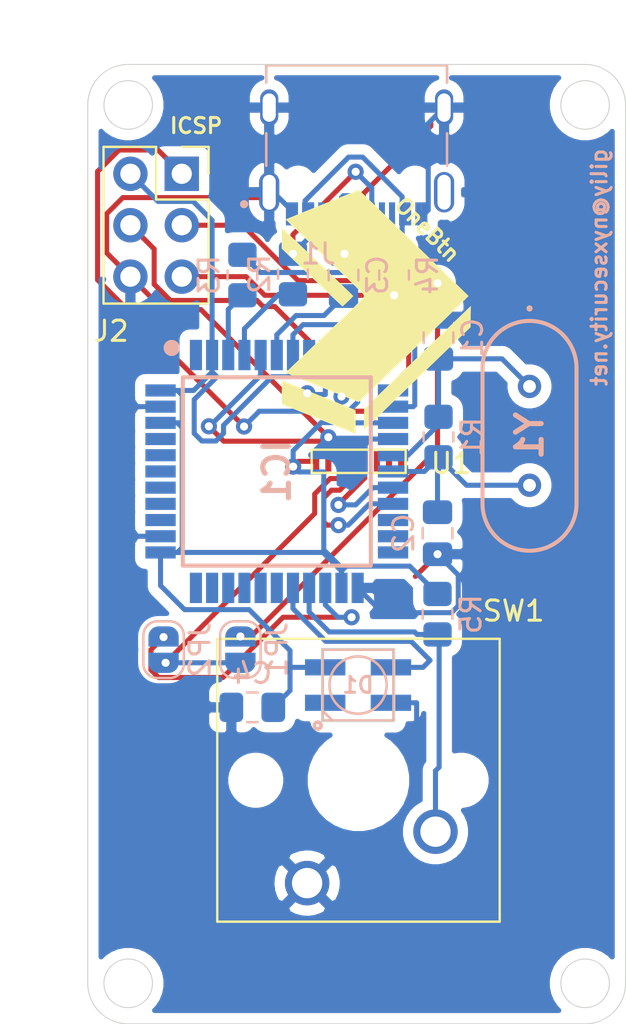
<source format=kicad_pcb>
(kicad_pcb (version 20171130) (host pcbnew "(5.1.12)-1")

  (general
    (thickness 1.6)
    (drawings 21)
    (tracks 273)
    (zones 0)
    (modules 19)
    (nets 46)
  )

  (page A4)
  (layers
    (0 F.Cu signal)
    (31 B.Cu signal)
    (32 B.Adhes user)
    (33 F.Adhes user)
    (34 B.Paste user)
    (35 F.Paste user)
    (36 B.SilkS user)
    (37 F.SilkS user)
    (38 B.Mask user)
    (39 F.Mask user)
    (40 Dwgs.User user)
    (41 Cmts.User user)
    (42 Eco1.User user)
    (43 Eco2.User user)
    (44 Edge.Cuts user)
    (45 Margin user)
    (46 B.CrtYd user)
    (47 F.CrtYd user)
    (48 B.Fab user)
    (49 F.Fab user)
  )

  (setup
    (last_trace_width 0.25)
    (trace_clearance 0.2)
    (zone_clearance 0.508)
    (zone_45_only no)
    (trace_min 0.2)
    (via_size 0.8)
    (via_drill 0.4)
    (via_min_size 0.4)
    (via_min_drill 0.3)
    (uvia_size 0.3)
    (uvia_drill 0.1)
    (uvias_allowed no)
    (uvia_min_size 0.2)
    (uvia_min_drill 0.1)
    (edge_width 0.05)
    (segment_width 0.2)
    (pcb_text_width 0.3)
    (pcb_text_size 1.5 1.5)
    (mod_edge_width 0.12)
    (mod_text_size 1 1)
    (mod_text_width 0.15)
    (pad_size 2 0.8)
    (pad_drill 0)
    (pad_to_mask_clearance 0)
    (aux_axis_origin 0 0)
    (visible_elements 7FFFFFFF)
    (pcbplotparams
      (layerselection 0x010fc_ffffffff)
      (usegerberextensions false)
      (usegerberattributes true)
      (usegerberadvancedattributes true)
      (creategerberjobfile true)
      (excludeedgelayer true)
      (linewidth 0.100000)
      (plotframeref false)
      (viasonmask false)
      (mode 1)
      (useauxorigin false)
      (hpglpennumber 1)
      (hpglpenspeed 20)
      (hpglpendiameter 15.000000)
      (psnegative false)
      (psa4output false)
      (plotreference true)
      (plotvalue true)
      (plotinvisibletext false)
      (padsonsilk false)
      (subtractmaskfromsilk false)
      (outputformat 1)
      (mirror false)
      (drillshape 0)
      (scaleselection 1)
      (outputdirectory "output/"))
  )

  (net 0 "")
  (net 1 GND)
  (net 2 "Net-(C1-Pad1)")
  (net 3 "Net-(C2-Pad1)")
  (net 4 RST)
  (net 5 "Net-(IC1-Pad30)")
  (net 6 "Net-(IC1-Pad29)")
  (net 7 "Net-(IC1-Pad25)")
  (net 8 "Net-(IC1-Pad22)")
  (net 9 "Net-(IC1-Pad21)")
  (net 10 "Net-(IC1-Pad20)")
  (net 11 MISO)
  (net 12 MOSI)
  (net 13 SCK)
  (net 14 "Net-(IC1-Pad12)")
  (net 15 D+)
  (net 16 D-)
  (net 17 VCC)
  (net 18 "Net-(U1-Pad8)")
  (net 19 "Net-(U1-Pad7)")
  (net 20 "Net-(C3-Pad1)")
  (net 21 "Net-(IC1-Pad32)")
  (net 22 "Net-(IC1-Pad31)")
  (net 23 "Net-(IC1-Pad28)")
  (net 24 btnInput)
  (net 25 SDA)
  (net 26 SCL)
  (net 27 "Net-(IC1-Pad8)")
  (net 28 "Net-(IC1-Pad4)")
  (net 29 "Net-(IC1-Pad3)")
  (net 30 "Net-(IC1-Pad1)")
  (net 31 "Net-(J1-PadA5)")
  (net 32 "Net-(J1-PadB8)")
  (net 33 "Net-(J1-PadA8)")
  (net 34 "Net-(J1-PadB5)")
  (net 35 OLED_RST)
  (net 36 "Net-(U1-Pad6)")
  (net 37 "Net-(IC1-Pad41)")
  (net 38 "Net-(IC1-Pad40)")
  (net 39 "Net-(IC1-Pad39)")
  (net 40 "Net-(IC1-Pad38)")
  (net 41 "Net-(IC1-Pad37)")
  (net 42 "Net-(IC1-Pad36)")
  (net 43 "Net-(IC1-Pad33)")
  (net 44 LED)
  (net 45 "Net-(D1-Pad4)")

  (net_class Default "This is the default net class."
    (clearance 0.2)
    (trace_width 0.25)
    (via_dia 0.8)
    (via_drill 0.4)
    (uvia_dia 0.3)
    (uvia_drill 0.1)
    (add_net D+)
    (add_net D-)
    (add_net GND)
    (add_net LED)
    (add_net MISO)
    (add_net MOSI)
    (add_net "Net-(C1-Pad1)")
    (add_net "Net-(C2-Pad1)")
    (add_net "Net-(C3-Pad1)")
    (add_net "Net-(D1-Pad4)")
    (add_net "Net-(IC1-Pad1)")
    (add_net "Net-(IC1-Pad12)")
    (add_net "Net-(IC1-Pad20)")
    (add_net "Net-(IC1-Pad21)")
    (add_net "Net-(IC1-Pad22)")
    (add_net "Net-(IC1-Pad25)")
    (add_net "Net-(IC1-Pad28)")
    (add_net "Net-(IC1-Pad29)")
    (add_net "Net-(IC1-Pad3)")
    (add_net "Net-(IC1-Pad30)")
    (add_net "Net-(IC1-Pad31)")
    (add_net "Net-(IC1-Pad32)")
    (add_net "Net-(IC1-Pad33)")
    (add_net "Net-(IC1-Pad36)")
    (add_net "Net-(IC1-Pad37)")
    (add_net "Net-(IC1-Pad38)")
    (add_net "Net-(IC1-Pad39)")
    (add_net "Net-(IC1-Pad4)")
    (add_net "Net-(IC1-Pad40)")
    (add_net "Net-(IC1-Pad41)")
    (add_net "Net-(IC1-Pad8)")
    (add_net "Net-(J1-PadA5)")
    (add_net "Net-(J1-PadA8)")
    (add_net "Net-(J1-PadB5)")
    (add_net "Net-(J1-PadB8)")
    (add_net "Net-(U1-Pad6)")
    (add_net "Net-(U1-Pad7)")
    (add_net "Net-(U1-Pad8)")
    (add_net OLED_RST)
    (add_net RST)
    (add_net SCK)
    (add_net SCL)
    (add_net SDA)
    (add_net VCC)
    (add_net btnInput)
  )

  (module "Arrow Logo:ArrowLogo" (layer F.Cu) (tedit 0) (tstamp 64023D2D)
    (at 7.42 5.35)
    (fp_text reference G*** (at 0.68 -0.12) (layer F.SilkS) hide
      (effects (font (size 1.524 1.524) (thickness 0.3)))
    )
    (fp_text value LOGO (at 0.75 0) (layer F.SilkS) hide
      (effects (font (size 1.524 1.524) (thickness 0.3)))
    )
    (fp_poly (pts (xy -2.90195 -2.503748) (xy -2.650761 -2.264786) (xy -2.410291 -2.035629) (xy -2.183065 -1.818707)
      (xy -1.971611 -1.616449) (xy -1.778455 -1.431284) (xy -1.606123 -1.265643) (xy -1.45714 -1.121955)
      (xy -1.334035 -1.002649) (xy -1.239332 -0.910154) (xy -1.175559 -0.846901) (xy -1.14524 -0.815319)
      (xy -1.143 -0.812197) (xy -1.160411 -0.788422) (xy -1.207206 -0.738358) (xy -1.275232 -0.669793)
      (xy -1.356333 -0.590521) (xy -1.442356 -0.508332) (xy -1.525145 -0.431018) (xy -1.596547 -0.366369)
      (xy -1.648406 -0.322178) (xy -1.672545 -0.306234) (xy -1.693194 -0.323555) (xy -1.747637 -0.37319)
      (xy -1.832927 -0.452365) (xy -1.946123 -0.558307) (xy -2.084279 -0.688243) (xy -2.244451 -0.8394)
      (xy -2.423697 -1.009004) (xy -2.619071 -1.194283) (xy -2.82763 -1.392463) (xy -3.014012 -1.569884)
      (xy -3.236507 -1.78187) (xy -3.451974 -1.987199) (xy -3.657001 -2.182617) (xy -3.848176 -2.36487)
      (xy -4.022088 -2.530704) (xy -4.175324 -2.676866) (xy -4.304473 -2.800102) (xy -4.406122 -2.897158)
      (xy -4.47686 -2.96478) (xy -4.50678 -2.993459) (xy -4.674636 -3.154817) (xy -4.667768 -3.665243)
      (xy -4.6609 -4.17567) (xy -2.90195 -2.503748)) (layer F.SilkS) (width 0.01))
    (fp_poly (pts (xy -0.702616 -5.89974) (xy -0.665757 -5.864047) (xy -0.594563 -5.795269) (xy -0.491281 -5.695573)
      (xy -0.358155 -5.567122) (xy -0.197432 -5.412084) (xy -0.011356 -5.232622) (xy 0.197827 -5.030902)
      (xy 0.42787 -4.80909) (xy 0.67653 -4.56935) (xy 0.941559 -4.313849) (xy 1.220713 -4.044751)
      (xy 1.511747 -3.764222) (xy 1.812414 -3.474428) (xy 2.0066 -3.287274) (xy 2.309124 -2.995608)
      (xy 2.60144 -2.713581) (xy 2.881473 -2.443205) (xy 3.14715 -2.18649) (xy 3.396395 -1.945447)
      (xy 3.627133 -1.722089) (xy 3.837291 -1.518426) (xy 4.024794 -1.33647) (xy 4.187568 -1.178231)
      (xy 4.323537 -1.045723) (xy 4.430628 -0.940954) (xy 4.506766 -0.865938) (xy 4.549876 -0.822685)
      (xy 4.5593 -0.812335) (xy 4.541365 -0.792419) (xy 4.4892 -0.739755) (xy 4.405269 -0.656711)
      (xy 4.29203 -0.545655) (xy 4.151947 -0.408956) (xy 3.987479 -0.248981) (xy 3.801089 -0.0681)
      (xy 3.595238 0.131322) (xy 3.372387 0.346914) (xy 3.134997 0.576309) (xy 2.885529 0.817139)
      (xy 2.626446 1.067037) (xy 2.360207 1.323632) (xy 2.089275 1.584559) (xy 1.816111 1.847448)
      (xy 1.543176 2.109932) (xy 1.272931 2.369642) (xy 1.007837 2.624211) (xy 0.750357 2.871269)
      (xy 0.502951 3.10845) (xy 0.26808 3.333385) (xy 0.048207 3.543705) (xy -0.154209 3.737044)
      (xy -0.336705 3.911032) (xy -0.496821 4.063302) (xy -0.632094 4.191486) (xy -0.740065 4.293215)
      (xy -0.818271 4.366121) (xy -0.86425 4.407837) (xy -0.876088 4.417233) (xy -0.903227 4.407619)
      (xy -0.973806 4.380528) (xy -1.084128 4.337425) (xy -1.230497 4.279777) (xy -1.409217 4.209049)
      (xy -1.61659 4.126706) (xy -1.848922 4.034215) (xy -2.102514 3.933041) (xy -2.373672 3.824649)
      (xy -2.658697 3.710507) (xy -2.685699 3.699683) (xy -2.971203 3.585016) (xy -3.242598 3.475606)
      (xy -3.496249 3.372941) (xy -3.728523 3.278512) (xy -3.935787 3.193809) (xy -4.114408 3.120322)
      (xy -4.260752 3.059541) (xy -4.371186 3.012956) (xy -4.442077 2.982056) (xy -4.469792 2.968332)
      (xy -4.470049 2.967952) (xy -4.452067 2.94856) (xy -4.399638 2.896538) (xy -4.315178 2.814205)
      (xy -4.201108 2.703879) (xy -4.059845 2.567879) (xy -3.89381 2.408525) (xy -3.705419 2.228136)
      (xy -3.497093 2.02903) (xy -3.27125 1.813526) (xy -3.030309 1.583943) (xy -2.776688 1.342601)
      (xy -2.552317 1.129348) (xy -2.253986 0.845516) (xy -1.974957 0.579175) (xy -1.716976 0.332023)
      (xy -1.481786 0.105759) (xy -1.271131 -0.097919) (xy -1.086757 -0.277313) (xy -0.930405 -0.430726)
      (xy -0.803822 -0.556459) (xy -0.70875 -0.652814) (xy -0.646935 -0.718093) (xy -0.620119 -0.750598)
      (xy -0.619164 -0.752755) (xy -0.61326 -0.827393) (xy -0.619164 -0.872846) (xy -0.63981 -0.899568)
      (xy -0.695755 -0.959355) (xy -0.785255 -1.050508) (xy -0.906565 -1.17133) (xy -1.057942 -1.320122)
      (xy -1.237641 -1.495188) (xy -1.443919 -1.694827) (xy -1.67503 -1.917344) (xy -1.929232 -2.161038)
      (xy -2.20478 -2.424213) (xy -2.499929 -2.70517) (xy -2.552317 -2.754949) (xy -2.814837 -3.004484)
      (xy -3.066738 -3.244236) (xy -3.305602 -3.471886) (xy -3.529011 -3.685115) (xy -3.734546 -3.881603)
      (xy -3.919788 -4.059033) (xy -4.082319 -4.215085) (xy -4.219718 -4.34744) (xy -4.329569 -4.453779)
      (xy -4.409452 -4.531783) (xy -4.456948 -4.579133) (xy -4.470049 -4.593553) (xy -4.446989 -4.605373)
      (xy -4.380334 -4.634475) (xy -4.273699 -4.679383) (xy -4.130698 -4.738619) (xy -3.954945 -4.810709)
      (xy -3.750055 -4.894174) (xy -3.519644 -4.98754) (xy -3.267324 -5.089329) (xy -2.996712 -5.198066)
      (xy -2.711422 -5.312273) (xy -2.664414 -5.331052) (xy -0.859131 -6.052003) (xy -0.702616 -5.89974)) (layer F.SilkS) (width 0.01))
    (fp_poly (pts (xy 4.667783 0.20354) (xy 4.6609 0.7239) (xy 2.1463 3.14718) (xy 1.843701 3.438786)
      (xy 1.549762 3.722041) (xy 1.266706 3.9948) (xy 0.996758 4.254922) (xy 0.742143 4.500262)
      (xy 0.505085 4.728678) (xy 0.287808 4.938025) (xy 0.092538 5.126162) (xy -0.078502 5.290944)
      (xy -0.223087 5.430228) (xy -0.338993 5.541872) (xy -0.423995 5.623731) (xy -0.475868 5.673662)
      (xy -0.489484 5.686751) (xy -0.610667 5.80304) (xy -0.603784 5.28277) (xy -0.5969 4.7625)
      (xy 1.905 2.351979) (xy 2.207117 2.060895) (xy 2.500743 1.77799) (xy 2.783631 1.50543)
      (xy 3.053535 1.245377) (xy 3.308209 0.999997) (xy 3.545407 0.771452) (xy 3.762884 0.561907)
      (xy 3.958393 0.373526) (xy 4.129688 0.208473) (xy 4.274524 0.068912) (xy 4.390655 -0.042993)
      (xy 4.475835 -0.125078) (xy 4.527817 -0.175179) (xy 4.540783 -0.18768) (xy 4.674667 -0.316819)
      (xy 4.667783 0.20354)) (layer F.SilkS) (width 0.01))
    (fp_poly (pts (xy -2.864313 4.081071) (xy -2.576076 4.196443) (xy -2.3015 4.306618) (xy -2.044243 4.41011)
      (xy -1.807964 4.505435) (xy -1.596322 4.591108) (xy -1.412975 4.665645) (xy -1.261583 4.727561)
      (xy -1.145804 4.775372) (xy -1.069297 4.807593) (xy -1.035721 4.82274) (xy -1.034562 4.823494)
      (xy -1.029217 4.853269) (xy -1.025035 4.926347) (xy -1.022177 5.035243) (xy -1.020805 5.17247)
      (xy -1.021078 5.330541) (xy -1.021862 5.413289) (xy -1.0287 5.984362) (xy -4.6609 4.5313)
      (xy -4.674526 3.35737) (xy -2.864313 4.081071)) (layer F.SilkS) (width 0.01))
  )

  (module SK6812MINI:LED-3535 (layer B.Cu) (tedit 6400806D) (tstamp 6400FD00)
    (at 6.52 23.75)
    (path /640C2C5E)
    (fp_text reference D1 (at 0 0) (layer B.SilkS)
      (effects (font (size 0.787402 0.787402) (thickness 0.15)) (justify mirror))
    )
    (fp_text value SK6812 (at 0 0) (layer B.Fab)
      (effects (font (size 0.787402 0.787402) (thickness 0.15)) (justify mirror))
    )
    (fp_line (start -1.75 1.75) (end 1.75 1.75) (layer B.SilkS) (width 0.127))
    (fp_line (start 1.75 1.75) (end 1.75 -1.75) (layer B.SilkS) (width 0.127))
    (fp_line (start 1.75 -1.75) (end -1.75 -1.75) (layer B.SilkS) (width 0.127))
    (fp_line (start -1.75 -1.75) (end -1.75 1.75) (layer B.SilkS) (width 0.127))
    (fp_circle (center 0 0) (end 1.41421 0) (layer B.SilkS) (width 0.127))
    (fp_circle (center -2 2) (end -1.92 2) (layer B.SilkS) (width 0.18))
    (fp_line (start -1.2954 1.7272) (end -1.7526 1.27) (layer B.SilkS) (width 0.127))
    (pad 3 smd rect (at -1.625 -0.875) (size 2 0.8) (layers B.Cu B.Paste B.Mask)
      (net 17 VCC))
    (pad 4 smd rect (at -1.625 0.875) (size 2 0.8) (layers B.Cu B.Paste B.Mask)
      (net 45 "Net-(D1-Pad4)"))
    (pad 1 smd rect (at 1.625 0.875) (size 2 0.8) (layers B.Cu B.Paste B.Mask)
      (net 1 GND))
    (pad 2 smd rect (at 1.625 -0.875) (size 2 0.8) (layers B.Cu B.Paste B.Mask)
      (net 44 LED))
    (model "C:/Users/Gili/Documents/KiCad Libraries/SK6812MINI/LED_SK6812MINI-E.step"
      (offset (xyz 0 -5 -1.85))
      (scale (xyz 1 1 1))
      (rotate (xyz 180 0 0))
    )
  )

  (module Capacitor_SMD:C_0805_2012Metric_Pad1.18x1.45mm_HandSolder (layer B.Cu) (tedit 5F68FEEF) (tstamp 6400E3FA)
    (at 1.29 24.85 180)
    (descr "Capacitor SMD 0805 (2012 Metric), square (rectangular) end terminal, IPC_7351 nominal with elongated pad for handsoldering. (Body size source: IPC-SM-782 page 76, https://www.pcb-3d.com/wordpress/wp-content/uploads/ipc-sm-782a_amendment_1_and_2.pdf, https://docs.google.com/spreadsheets/d/1BsfQQcO9C6DZCsRaXUlFlo91Tg2WpOkGARC1WS5S8t0/edit?usp=sharing), generated with kicad-footprint-generator")
    (tags "capacitor handsolder")
    (path /640B5B5C)
    (attr smd)
    (fp_text reference C4 (at 0 1.68) (layer B.SilkS)
      (effects (font (size 1 1) (thickness 0.15)) (justify mirror))
    )
    (fp_text value 0.1uF (at 0 -1.68) (layer B.Fab)
      (effects (font (size 1 1) (thickness 0.15)) (justify mirror))
    )
    (fp_line (start 1.88 -0.98) (end -1.88 -0.98) (layer B.CrtYd) (width 0.05))
    (fp_line (start 1.88 0.98) (end 1.88 -0.98) (layer B.CrtYd) (width 0.05))
    (fp_line (start -1.88 0.98) (end 1.88 0.98) (layer B.CrtYd) (width 0.05))
    (fp_line (start -1.88 -0.98) (end -1.88 0.98) (layer B.CrtYd) (width 0.05))
    (fp_line (start -0.261252 -0.735) (end 0.261252 -0.735) (layer B.SilkS) (width 0.12))
    (fp_line (start -0.261252 0.735) (end 0.261252 0.735) (layer B.SilkS) (width 0.12))
    (fp_line (start 1 -0.625) (end -1 -0.625) (layer B.Fab) (width 0.1))
    (fp_line (start 1 0.625) (end 1 -0.625) (layer B.Fab) (width 0.1))
    (fp_line (start -1 0.625) (end 1 0.625) (layer B.Fab) (width 0.1))
    (fp_line (start -1 -0.625) (end -1 0.625) (layer B.Fab) (width 0.1))
    (fp_text user %R (at 0 0) (layer B.Fab)
      (effects (font (size 0.5 0.5) (thickness 0.08)) (justify mirror))
    )
    (pad 2 smd roundrect (at 1.0375 0 180) (size 1.175 1.45) (layers B.Cu B.Paste B.Mask) (roundrect_rratio 0.2127659574468085)
      (net 1 GND))
    (pad 1 smd roundrect (at -1.0375 0 180) (size 1.175 1.45) (layers B.Cu B.Paste B.Mask) (roundrect_rratio 0.2127659574468085)
      (net 17 VCC))
    (model ${KISYS3DMOD}/Capacitor_SMD.3dshapes/C_0805_2012Metric.wrl
      (at (xyz 0 0 0))
      (scale (xyz 1 1 1))
      (rotate (xyz 0 0 0))
    )
  )

  (module ATMEGA32U4-AU:QFP80P1200X1200X120-44N (layer B.Cu) (tedit 0) (tstamp 6400A54E)
    (at 2.5 13.2 270)
    (descr TQFP44_1)
    (tags "Integrated Circuit")
    (path /63EAD6D0)
    (attr smd)
    (fp_text reference IC1 (at 0 0 90) (layer B.SilkS)
      (effects (font (size 1.27 1.27) (thickness 0.254)) (justify mirror))
    )
    (fp_text value ATMEGA32U4-AU (at 0 0 90) (layer B.SilkS) hide
      (effects (font (size 1.27 1.27) (thickness 0.254)) (justify mirror))
    )
    (fp_line (start -6.75 6.75) (end 6.75 6.75) (layer B.CrtYd) (width 0.05))
    (fp_line (start 6.75 6.75) (end 6.75 -6.75) (layer B.CrtYd) (width 0.05))
    (fp_line (start 6.75 -6.75) (end -6.75 -6.75) (layer B.CrtYd) (width 0.05))
    (fp_line (start -6.75 -6.75) (end -6.75 6.75) (layer B.CrtYd) (width 0.05))
    (fp_line (start -5 5) (end 5 5) (layer B.Fab) (width 0.1))
    (fp_line (start 5 5) (end 5 -5) (layer B.Fab) (width 0.1))
    (fp_line (start 5 -5) (end -5 -5) (layer B.Fab) (width 0.1))
    (fp_line (start -5 -5) (end -5 5) (layer B.Fab) (width 0.1))
    (fp_line (start -5 4.2) (end -4.2 5) (layer B.Fab) (width 0.1))
    (fp_line (start -4.65 4.65) (end 4.65 4.65) (layer B.SilkS) (width 0.2))
    (fp_line (start 4.65 4.65) (end 4.65 -4.65) (layer B.SilkS) (width 0.2))
    (fp_line (start 4.65 -4.65) (end -4.65 -4.65) (layer B.SilkS) (width 0.2))
    (fp_line (start -4.65 -4.65) (end -4.65 4.65) (layer B.SilkS) (width 0.2))
    (fp_circle (center -6.1 5.2) (end -6.1 5) (layer B.SilkS) (width 0.4))
    (fp_text user %R (at 0 0 90) (layer B.Fab)
      (effects (font (size 1.27 1.27) (thickness 0.254)) (justify mirror))
    )
    (pad 44 smd rect (at -4 5.75 270) (size 0.6 1.5) (layers B.Cu B.Paste B.Mask)
      (net 17 VCC))
    (pad 43 smd rect (at -3.2 5.75 270) (size 0.6 1.5) (layers B.Cu B.Paste B.Mask)
      (net 1 GND))
    (pad 42 smd rect (at -2.4 5.75 270) (size 0.6 1.5) (layers B.Cu B.Paste B.Mask)
      (net 17 VCC))
    (pad 41 smd rect (at -1.6 5.75 270) (size 0.6 1.5) (layers B.Cu B.Paste B.Mask)
      (net 37 "Net-(IC1-Pad41)"))
    (pad 40 smd rect (at -0.8 5.75 270) (size 0.6 1.5) (layers B.Cu B.Paste B.Mask)
      (net 38 "Net-(IC1-Pad40)"))
    (pad 39 smd rect (at 0 5.75 270) (size 0.6 1.5) (layers B.Cu B.Paste B.Mask)
      (net 39 "Net-(IC1-Pad39)"))
    (pad 38 smd rect (at 0.8 5.75 270) (size 0.6 1.5) (layers B.Cu B.Paste B.Mask)
      (net 40 "Net-(IC1-Pad38)"))
    (pad 37 smd rect (at 1.6 5.75 270) (size 0.6 1.5) (layers B.Cu B.Paste B.Mask)
      (net 41 "Net-(IC1-Pad37)"))
    (pad 36 smd rect (at 2.4 5.75 270) (size 0.6 1.5) (layers B.Cu B.Paste B.Mask)
      (net 42 "Net-(IC1-Pad36)"))
    (pad 35 smd rect (at 3.2 5.75 270) (size 0.6 1.5) (layers B.Cu B.Paste B.Mask)
      (net 1 GND))
    (pad 34 smd rect (at 4 5.75 270) (size 0.6 1.5) (layers B.Cu B.Paste B.Mask)
      (net 17 VCC))
    (pad 33 smd rect (at 5.75 4 180) (size 0.6 1.5) (layers B.Cu B.Paste B.Mask)
      (net 43 "Net-(IC1-Pad33)"))
    (pad 32 smd rect (at 5.75 3.2 180) (size 0.6 1.5) (layers B.Cu B.Paste B.Mask)
      (net 21 "Net-(IC1-Pad32)"))
    (pad 31 smd rect (at 5.75 2.4 180) (size 0.6 1.5) (layers B.Cu B.Paste B.Mask)
      (net 22 "Net-(IC1-Pad31)"))
    (pad 30 smd rect (at 5.75 1.6 180) (size 0.6 1.5) (layers B.Cu B.Paste B.Mask)
      (net 5 "Net-(IC1-Pad30)"))
    (pad 29 smd rect (at 5.75 0.8 180) (size 0.6 1.5) (layers B.Cu B.Paste B.Mask)
      (net 6 "Net-(IC1-Pad29)"))
    (pad 28 smd rect (at 5.75 0 180) (size 0.6 1.5) (layers B.Cu B.Paste B.Mask)
      (net 23 "Net-(IC1-Pad28)"))
    (pad 27 smd rect (at 5.75 -0.8 180) (size 0.6 1.5) (layers B.Cu B.Paste B.Mask)
      (net 44 LED))
    (pad 26 smd rect (at 5.75 -1.6 180) (size 0.6 1.5) (layers B.Cu B.Paste B.Mask)
      (net 24 btnInput))
    (pad 25 smd rect (at 5.75 -2.4 180) (size 0.6 1.5) (layers B.Cu B.Paste B.Mask)
      (net 7 "Net-(IC1-Pad25)"))
    (pad 24 smd rect (at 5.75 -3.2 180) (size 0.6 1.5) (layers B.Cu B.Paste B.Mask)
      (net 17 VCC))
    (pad 23 smd rect (at 5.75 -4 180) (size 0.6 1.5) (layers B.Cu B.Paste B.Mask)
      (net 1 GND))
    (pad 22 smd rect (at 4 -5.75 270) (size 0.6 1.5) (layers B.Cu B.Paste B.Mask)
      (net 8 "Net-(IC1-Pad22)"))
    (pad 21 smd rect (at 3.2 -5.75 270) (size 0.6 1.5) (layers B.Cu B.Paste B.Mask)
      (net 9 "Net-(IC1-Pad21)"))
    (pad 20 smd rect (at 2.4 -5.75 270) (size 0.6 1.5) (layers B.Cu B.Paste B.Mask)
      (net 10 "Net-(IC1-Pad20)"))
    (pad 19 smd rect (at 1.6 -5.75 270) (size 0.6 1.5) (layers B.Cu B.Paste B.Mask)
      (net 25 SDA))
    (pad 18 smd rect (at 0.8 -5.75 270) (size 0.6 1.5) (layers B.Cu B.Paste B.Mask)
      (net 26 SCL))
    (pad 17 smd rect (at 0 -5.75 270) (size 0.6 1.5) (layers B.Cu B.Paste B.Mask)
      (net 3 "Net-(C2-Pad1)"))
    (pad 16 smd rect (at -0.8 -5.75 270) (size 0.6 1.5) (layers B.Cu B.Paste B.Mask)
      (net 2 "Net-(C1-Pad1)"))
    (pad 15 smd rect (at -1.6 -5.75 270) (size 0.6 1.5) (layers B.Cu B.Paste B.Mask)
      (net 1 GND))
    (pad 14 smd rect (at -2.4 -5.75 270) (size 0.6 1.5) (layers B.Cu B.Paste B.Mask)
      (net 17 VCC))
    (pad 13 smd rect (at -3.2 -5.75 270) (size 0.6 1.5) (layers B.Cu B.Paste B.Mask)
      (net 4 RST))
    (pad 12 smd rect (at -4 -5.75 270) (size 0.6 1.5) (layers B.Cu B.Paste B.Mask)
      (net 14 "Net-(IC1-Pad12)"))
    (pad 11 smd rect (at -5.75 -4 180) (size 0.6 1.5) (layers B.Cu B.Paste B.Mask)
      (net 11 MISO))
    (pad 10 smd rect (at -5.75 -3.2 180) (size 0.6 1.5) (layers B.Cu B.Paste B.Mask)
      (net 12 MOSI))
    (pad 9 smd rect (at -5.75 -2.4 180) (size 0.6 1.5) (layers B.Cu B.Paste B.Mask)
      (net 13 SCK))
    (pad 8 smd rect (at -5.75 -1.6 180) (size 0.6 1.5) (layers B.Cu B.Paste B.Mask)
      (net 27 "Net-(IC1-Pad8)"))
    (pad 7 smd rect (at -5.75 -0.8 180) (size 0.6 1.5) (layers B.Cu B.Paste B.Mask)
      (net 17 VCC))
    (pad 6 smd rect (at -5.75 0 180) (size 0.6 1.5) (layers B.Cu B.Paste B.Mask)
      (net 20 "Net-(C3-Pad1)"))
    (pad 5 smd rect (at -5.75 0.8 180) (size 0.6 1.5) (layers B.Cu B.Paste B.Mask)
      (net 1 GND))
    (pad 4 smd rect (at -5.75 1.6 180) (size 0.6 1.5) (layers B.Cu B.Paste B.Mask)
      (net 28 "Net-(IC1-Pad4)"))
    (pad 3 smd rect (at -5.75 2.4 180) (size 0.6 1.5) (layers B.Cu B.Paste B.Mask)
      (net 29 "Net-(IC1-Pad3)"))
    (pad 2 smd rect (at -5.75 3.2 180) (size 0.6 1.5) (layers B.Cu B.Paste B.Mask)
      (net 17 VCC))
    (pad 1 smd rect (at -5.75 4 180) (size 0.6 1.5) (layers B.Cu B.Paste B.Mask)
      (net 30 "Net-(IC1-Pad1)"))
    (model "C:/Users/Gili/Documents/KiCad Libraries/ATMEGA32U4-AU/ATMEGA32U4-AU.stp"
      (at (xyz 0 0 0))
      (scale (xyz 1 1 1))
      (rotate (xyz 0 0 0))
    )
  )

  (module CSP-USC16-TR:VALCON_CSP-USC16-TR-Fixed (layer B.Cu) (tedit 6313E8DB) (tstamp 63FFE0FC)
    (at 6.45 0)
    (path /6400B71E)
    (fp_text reference J1 (at -1.895 2.455) (layer B.SilkS)
      (effects (font (size 1 1) (thickness 0.15)) (justify mirror))
    )
    (fp_text value CSP-USC16-TR (at 6.995 -9.235) (layer B.Fab)
      (effects (font (size 1 1) (thickness 0.15)) (justify mirror))
    )
    (fp_line (start -4.47 0) (end -4.47 -7.35) (layer B.Fab) (width 0.127))
    (fp_line (start -4.47 -7.35) (end 4.47 -7.35) (layer B.Fab) (width 0.127))
    (fp_line (start 4.47 -7.35) (end 4.47 0) (layer B.Fab) (width 0.127))
    (fp_line (start 4.47 0) (end -4.47 0) (layer B.Fab) (width 0.127))
    (fp_line (start 4.65 -0.04) (end 4.65 -1.14) (layer Edge.Cuts) (width 0.01))
    (fp_line (start 4 -1.14) (end 4 -0.09) (layer Edge.Cuts) (width 0.01))
    (fp_line (start -5.47 -6.86) (end 5.47 -6.86) (layer B.Fab) (width 0.127))
    (fp_line (start -4.47 -1.9) (end -4.47 -3.5) (layer B.SilkS) (width 0.127))
    (fp_line (start -4.47 -6.86) (end -4.47 -6) (layer B.SilkS) (width 0.127))
    (fp_line (start 4.47 -1.9) (end 4.47 -3.5) (layer B.SilkS) (width 0.127))
    (fp_line (start 4.47 -6.86) (end 4.47 -6) (layer B.SilkS) (width 0.127))
    (fp_line (start -4.47 -6.86) (end 4.47 -6.86) (layer B.SilkS) (width 0.127))
    (fp_line (start -5.07 1.05) (end -5.07 -7.6) (layer B.CrtYd) (width 0.05))
    (fp_line (start -5.07 -7.6) (end 5.07 -7.6) (layer B.CrtYd) (width 0.05))
    (fp_line (start 5.07 -7.6) (end 5.07 1.05) (layer B.CrtYd) (width 0.05))
    (fp_line (start 5.07 1.05) (end -5.07 1.05) (layer B.CrtYd) (width 0.05))
    (fp_circle (center -5.57 0) (end -5.47 0) (layer B.SilkS) (width 0.2))
    (fp_circle (center -5.57 0) (end -5.47 0) (layer B.Fab) (width 0.2))
    (fp_line (start -4.325 1.05) (end -4.325 -4.77) (layer Dwgs.User) (width 0.05))
    (fp_line (start -4.325 -0.59) (end 4.325 -0.59) (layer Dwgs.User) (width 0.12))
    (fp_arc (start 4.335 -0.075) (end 4.32 0.26) (angle 90) (layer Edge.Cuts) (width 0.01))
    (fp_arc (start 4.335 -0.055) (end 4.65 -0.04) (angle 90) (layer Edge.Cuts) (width 0.01))
    (fp_arc (start 4.335 -1.125) (end 4.32 -1.44) (angle 90) (layer Edge.Cuts) (width 0.01))
    (fp_arc (start 4.31 -1.13) (end 4 -1.14) (angle 90) (layer Edge.Cuts) (width 0.01))
    (fp_text user "PCB Edge" (at -2.07 -6.6) (layer B.Fab)
      (effects (font (size 0.551181 0.551181) (thickness 0.15)) (justify mirror))
    )
    (pad A6 smd rect (at -0.25 0.48) (size 0.3 1.14) (layers B.Cu B.Paste B.Mask)
      (net 15 D+))
    (pad B7 smd rect (at -0.75 0.48) (size 0.3 1.14) (layers B.Cu B.Paste B.Mask)
      (net 16 D-))
    (pad A5 smd rect (at -1.25 0.48) (size 0.3 1.14) (layers B.Cu B.Paste B.Mask)
      (net 31 "Net-(J1-PadA5)"))
    (pad B8 smd rect (at -1.75 0.48) (size 0.3 1.14) (layers B.Cu B.Paste B.Mask)
      (net 32 "Net-(J1-PadB8)"))
    (pad B9 smd rect (at -2.25 0.48) (size 0.3 1.14) (layers B.Cu B.Paste B.Mask)
      (net 17 VCC))
    (pad A4 smd rect (at -2.55 0.48) (size 0.3 1.14) (layers B.Cu B.Paste B.Mask)
      (net 17 VCC))
    (pad B12 smd rect (at -3.05 0.48) (size 0.3 1.14) (layers B.Cu B.Paste B.Mask)
      (net 1 GND))
    (pad A1 smd rect (at -3.35 0.48) (size 0.3 1.14) (layers B.Cu B.Paste B.Mask)
      (net 1 GND))
    (pad A7 smd rect (at 0.25 0.48) (size 0.3 1.14) (layers B.Cu B.Paste B.Mask)
      (net 16 D-))
    (pad B6 smd rect (at 0.75 0.48) (size 0.3 1.14) (layers B.Cu B.Paste B.Mask)
      (net 15 D+))
    (pad A8 smd rect (at 1.25 0.48) (size 0.3 1.14) (layers B.Cu B.Paste B.Mask)
      (net 33 "Net-(J1-PadA8)"))
    (pad B5 smd rect (at 1.75 0.48) (size 0.3 1.14) (layers B.Cu B.Paste B.Mask)
      (net 34 "Net-(J1-PadB5)"))
    (pad B4 smd rect (at 2.25 0.48) (size 0.3 1.14) (layers B.Cu B.Paste B.Mask)
      (net 17 VCC))
    (pad A9 smd rect (at 2.55 0.48) (size 0.3 1.14) (layers B.Cu B.Paste B.Mask)
      (net 17 VCC))
    (pad B1 smd rect (at 3.05 0.48) (size 0.3 1.14) (layers B.Cu B.Paste B.Mask)
      (net 1 GND))
    (pad A12 smd rect (at 3.35 0.48) (size 0.3 1.14) (layers B.Cu B.Paste B.Mask)
      (net 1 GND))
    (pad None np_thru_hole circle (at -2.89 -1.07) (size 0.65 0.65) (drill 0.65) (layers *.Cu *.Mask))
    (pad None np_thru_hole circle (at 2.89 -1.07) (size 0.65 0.65) (drill 0.65) (layers *.Cu *.Mask))
    (pad S1 thru_hole oval (at -4.325 -0.59) (size 1 2) (drill oval 0.65 1.720322) (layers *.Cu *.Mask)
      (net 1 GND))
    (pad S3 thru_hole oval (at -4.325 -4.77) (size 0.9 1.8) (drill oval 0.65 1.4) (layers *.Cu *.Mask)
      (net 1 GND))
    (pad S4 thru_hole oval (at 4.325 -4.77) (size 0.9 1.8) (drill oval 0.65 1.4) (layers *.Cu *.Mask)
      (net 1 GND))
    (pad S2 thru_hole oval (at 4.325 -0.59) (size 1 2) (drill oval 0.65 1.720322) (layers *.Cu *.Mask)
      (net 1 GND))
    (model "C:/Users/Gili/Documents/KiCad Libraries/CSP-USC16-TR/CSP-USC16-TR.step"
      (offset (xyz 0 -1 0))
      (scale (xyz 1 1 1))
      (rotate (xyz -90 0 0))
    )
  )

  (module Connector_PinSocket_2.54mm:PinSocket_2x03_P2.54mm_Vertical (layer F.Cu) (tedit 5A19A425) (tstamp 6400102C)
    (at -2.2 -1.5)
    (descr "Through hole straight socket strip, 2x03, 2.54mm pitch, double cols (from Kicad 4.0.7), script generated")
    (tags "Through hole socket strip THT 2x03 2.54mm double row")
    (path /6401BFFF)
    (fp_text reference J2 (at -3.49 7.77) (layer F.SilkS)
      (effects (font (size 1 1) (thickness 0.15)))
    )
    (fp_text value Conn_01x06_Female (at -1.27 7.85) (layer F.Fab)
      (effects (font (size 1 1) (thickness 0.15)))
    )
    (fp_line (start -4.34 6.85) (end -4.34 -1.8) (layer F.CrtYd) (width 0.05))
    (fp_line (start 1.76 6.85) (end -4.34 6.85) (layer F.CrtYd) (width 0.05))
    (fp_line (start 1.76 -1.8) (end 1.76 6.85) (layer F.CrtYd) (width 0.05))
    (fp_line (start -4.34 -1.8) (end 1.76 -1.8) (layer F.CrtYd) (width 0.05))
    (fp_line (start 0 -1.33) (end 1.33 -1.33) (layer F.SilkS) (width 0.12))
    (fp_line (start 1.33 -1.33) (end 1.33 0) (layer F.SilkS) (width 0.12))
    (fp_line (start -1.27 -1.33) (end -1.27 1.27) (layer F.SilkS) (width 0.12))
    (fp_line (start -1.27 1.27) (end 1.33 1.27) (layer F.SilkS) (width 0.12))
    (fp_line (start 1.33 1.27) (end 1.33 6.41) (layer F.SilkS) (width 0.12))
    (fp_line (start -3.87 6.41) (end 1.33 6.41) (layer F.SilkS) (width 0.12))
    (fp_line (start -3.87 -1.33) (end -3.87 6.41) (layer F.SilkS) (width 0.12))
    (fp_line (start -3.87 -1.33) (end -1.27 -1.33) (layer F.SilkS) (width 0.12))
    (fp_line (start -3.81 6.35) (end -3.81 -1.27) (layer F.Fab) (width 0.1))
    (fp_line (start 1.27 6.35) (end -3.81 6.35) (layer F.Fab) (width 0.1))
    (fp_line (start 1.27 -0.27) (end 1.27 6.35) (layer F.Fab) (width 0.1))
    (fp_line (start 0.27 -1.27) (end 1.27 -0.27) (layer F.Fab) (width 0.1))
    (fp_line (start -3.81 -1.27) (end 0.27 -1.27) (layer F.Fab) (width 0.1))
    (fp_text user %R (at -1.27 2.54 90) (layer F.Fab)
      (effects (font (size 1 1) (thickness 0.15)))
    )
    (pad 6 thru_hole oval (at -2.54 5.08) (size 1.7 1.7) (drill 1) (layers *.Cu *.Mask)
      (net 1 GND))
    (pad 5 thru_hole oval (at 0 5.08) (size 1.7 1.7) (drill 1) (layers *.Cu *.Mask)
      (net 4 RST))
    (pad 4 thru_hole oval (at -2.54 2.54) (size 1.7 1.7) (drill 1) (layers *.Cu *.Mask)
      (net 12 MOSI))
    (pad 3 thru_hole oval (at 0 2.54) (size 1.7 1.7) (drill 1) (layers *.Cu *.Mask)
      (net 13 SCK))
    (pad 2 thru_hole oval (at -2.54 0) (size 1.7 1.7) (drill 1) (layers *.Cu *.Mask)
      (net 17 VCC))
    (pad 1 thru_hole rect (at 0 0) (size 1.7 1.7) (drill 1) (layers *.Cu *.Mask)
      (net 11 MISO))
    (model ${KISYS3DMOD}/Connector_PinSocket_2.54mm.3dshapes/PinSocket_2x03_P2.54mm_Vertical.wrl
      (at (xyz 0 0 0))
      (scale (xyz 1 1 1))
      (rotate (xyz 0 0 0))
    )
  )

  (module FOXLF-16_20:FOXSLF16020 (layer B.Cu) (tedit 0) (tstamp 63FFF2AF)
    (at 15 9 270)
    (descr FOXSLF/160-20-6)
    (tags "Crystal or Oscillator")
    (path /63E2A139)
    (fp_text reference Y1 (at 2.44 0 90) (layer B.SilkS)
      (effects (font (size 1.27 1.27) (thickness 0.254)) (justify mirror))
    )
    (fp_text value Crystal (at 2.44 0 90) (layer B.SilkS) hide
      (effects (font (size 1.27 1.27) (thickness 0.254)) (justify mirror))
    )
    (fp_line (start -3.9 0) (end -3.9 0) (layer B.SilkS) (width 0.2))
    (fp_line (start -3.8 0) (end -3.8 0) (layer B.SilkS) (width 0.2))
    (fp_line (start -3.9 0) (end -3.9 0) (layer B.SilkS) (width 0.2))
    (fp_line (start -0.91 -2.325) (end -0.91 -2.325) (layer B.SilkS) (width 0.2))
    (fp_line (start 5.79 -2.325) (end -0.91 -2.325) (layer B.SilkS) (width 0.2))
    (fp_line (start 5.79 2.325) (end 5.79 2.325) (layer B.SilkS) (width 0.2))
    (fp_line (start -0.91 2.325) (end 5.79 2.325) (layer B.SilkS) (width 0.2))
    (fp_line (start -0.91 -2.325) (end -0.91 -2.325) (layer B.Fab) (width 0.1))
    (fp_line (start 5.79 -2.325) (end -0.91 -2.325) (layer B.Fab) (width 0.1))
    (fp_line (start 5.79 2.325) (end 5.79 2.325) (layer B.Fab) (width 0.1))
    (fp_line (start -0.91 2.325) (end 5.79 2.325) (layer B.Fab) (width 0.1))
    (fp_line (start -4.235 -3.325) (end -4.235 3.325) (layer B.CrtYd) (width 0.1))
    (fp_line (start 9.115 -3.325) (end -4.235 -3.325) (layer B.CrtYd) (width 0.1))
    (fp_line (start 9.115 3.325) (end 9.115 -3.325) (layer B.CrtYd) (width 0.1))
    (fp_line (start -4.235 3.325) (end 9.115 3.325) (layer B.CrtYd) (width 0.1))
    (fp_arc (start -3.85 0) (end -3.9 0) (angle 180) (layer B.SilkS) (width 0.2))
    (fp_arc (start -3.85 0) (end -3.8 0) (angle 180) (layer B.SilkS) (width 0.2))
    (fp_arc (start -3.85 0) (end -3.9 0) (angle 180) (layer B.SilkS) (width 0.2))
    (fp_arc (start -0.91 0) (end -0.91 -2.325) (angle -180) (layer B.SilkS) (width 0.2))
    (fp_arc (start 5.79 0) (end 5.79 2.325) (angle -180) (layer B.SilkS) (width 0.2))
    (fp_arc (start -0.91 0) (end -0.91 -2.325) (angle -180) (layer B.Fab) (width 0.1))
    (fp_arc (start 5.79 0) (end 5.79 2.325) (angle -180) (layer B.Fab) (width 0.1))
    (fp_text user %R (at 2.44 0 90) (layer B.Fab)
      (effects (font (size 1.27 1.27) (thickness 0.254)) (justify mirror))
    )
    (pad 2 thru_hole circle (at 4.88 0 270) (size 1.155 1.155) (drill 0.63) (layers *.Cu *.Mask)
      (net 3 "Net-(C2-Pad1)"))
    (pad 1 thru_hole circle (at 0 0 270) (size 1.155 1.155) (drill 0.63) (layers *.Cu *.Mask)
      (net 2 "Net-(C1-Pad1)"))
    (model "C:/Users/Gili/Documents/KiCad Libraries/FOXSLF160-20/FOXSLF_160-20.stp"
      (offset (xyz 2.440000020575329 0 0.6100000051438449))
      (scale (xyz 1 1 1))
      (rotate (xyz -90 0 0))
    )
  )

  (module OLED-0.65Pitch-16Pins:OLED-0.6Pitch-8Pins (layer F.Cu) (tedit 63E2E588) (tstamp 63FFE1B9)
    (at 6.55 12.7)
    (path /63E75780)
    (fp_text reference U1 (at 4.575 0.1) (layer F.SilkS)
      (effects (font (size 1 1) (thickness 0.15)))
    )
    (fp_text value FFC-8 (at 1.3 -1.4) (layer F.Fab)
      (effects (font (size 1 1) (thickness 0.15)))
    )
    (fp_line (start 2.325 0.575) (end 2.325 -0.575) (layer F.SilkS) (width 0.12))
    (fp_line (start -2.325 0.575) (end 2.325 0.575) (layer F.SilkS) (width 0.12))
    (fp_line (start -2.325 -0.575) (end -2.325 0.575) (layer F.SilkS) (width 0.12))
    (fp_line (start 2.325 -0.575) (end -2.325 -0.575) (layer F.SilkS) (width 0.12))
    (pad 1 smd rect (at -2.1 0) (size 0.3 1) (layers F.Cu F.Paste F.Mask)
      (net 17 VCC))
    (pad 8 smd rect (at 2.1 0) (size 0.3 1) (layers F.Cu F.Paste F.Mask)
      (net 18 "Net-(U1-Pad8)"))
    (pad 2 smd rect (at -1.5 0) (size 0.3 1) (layers F.Cu F.Paste F.Mask)
      (net 1 GND))
    (pad 7 smd rect (at 1.5 0) (size 0.3 1) (layers F.Cu F.Paste F.Mask)
      (net 19 "Net-(U1-Pad7)"))
    (pad 3 smd rect (at -0.9 0) (size 0.3 1) (layers F.Cu F.Paste F.Mask)
      (net 35 OLED_RST))
    (pad 6 smd rect (at 0.9 0) (size 0.3 1) (layers F.Cu F.Paste F.Mask)
      (net 36 "Net-(U1-Pad6)"))
    (pad 4 smd rect (at -0.3 0) (size 0.3 1) (layers F.Cu F.Paste F.Mask)
      (net 25 SDA))
    (pad 5 smd rect (at 0.3 0) (size 0.3 1) (layers F.Cu F.Paste F.Mask)
      (net 26 SCL))
  )

  (module Button_Switch_Keyboard:SW_Cherry_MX_1.00u_PCB (layer F.Cu) (tedit 5A02FE24) (tstamp 6400FA24)
    (at 4 33.53 180)
    (descr "Cherry MX keyswitch, 1.00u, PCB mount, http://cherryamericas.com/wp-content/uploads/2014/12/mx_cat.pdf")
    (tags "Cherry MX keyswitch 1.00u PCB")
    (path /6403E638)
    (fp_text reference SW1 (at -10.21 13.44) (layer F.SilkS)
      (effects (font (size 1 1) (thickness 0.15)))
    )
    (fp_text value SW_Push (at -2.54 12.954) (layer F.Fab)
      (effects (font (size 1 1) (thickness 0.15)))
    )
    (fp_line (start -9.525 12.065) (end -9.525 -1.905) (layer F.SilkS) (width 0.12))
    (fp_line (start 4.445 12.065) (end -9.525 12.065) (layer F.SilkS) (width 0.12))
    (fp_line (start 4.445 -1.905) (end 4.445 12.065) (layer F.SilkS) (width 0.12))
    (fp_line (start -9.525 -1.905) (end 4.445 -1.905) (layer F.SilkS) (width 0.12))
    (fp_line (start -12.065 14.605) (end -12.065 -4.445) (layer Dwgs.User) (width 0.15))
    (fp_line (start 6.985 14.605) (end -12.065 14.605) (layer Dwgs.User) (width 0.15))
    (fp_line (start 6.985 -4.445) (end 6.985 14.605) (layer Dwgs.User) (width 0.15))
    (fp_line (start -12.065 -4.445) (end 6.985 -4.445) (layer Dwgs.User) (width 0.15))
    (fp_line (start -9.14 -1.52) (end 4.06 -1.52) (layer F.CrtYd) (width 0.05))
    (fp_line (start 4.06 -1.52) (end 4.06 11.68) (layer F.CrtYd) (width 0.05))
    (fp_line (start 4.06 11.68) (end -9.14 11.68) (layer F.CrtYd) (width 0.05))
    (fp_line (start -9.14 11.68) (end -9.14 -1.52) (layer F.CrtYd) (width 0.05))
    (fp_line (start -8.89 11.43) (end -8.89 -1.27) (layer F.Fab) (width 0.1))
    (fp_line (start 3.81 11.43) (end -8.89 11.43) (layer F.Fab) (width 0.1))
    (fp_line (start 3.81 -1.27) (end 3.81 11.43) (layer F.Fab) (width 0.1))
    (fp_line (start -8.89 -1.27) (end 3.81 -1.27) (layer F.Fab) (width 0.1))
    (fp_text user %R (at -2.54 -2.794) (layer F.Fab)
      (effects (font (size 1 1) (thickness 0.15)))
    )
    (pad "" np_thru_hole circle (at 2.54 5.08 180) (size 1.7 1.7) (drill 1.7) (layers *.Cu *.Mask))
    (pad "" np_thru_hole circle (at -7.62 5.08 180) (size 1.7 1.7) (drill 1.7) (layers *.Cu *.Mask))
    (pad "" np_thru_hole circle (at -2.54 5.08 180) (size 4 4) (drill 4) (layers *.Cu *.Mask))
    (pad 2 thru_hole circle (at -6.35 2.54 180) (size 2.2 2.2) (drill 1.5) (layers *.Cu *.Mask)
      (net 24 btnInput))
    (pad 1 thru_hole circle (at 0 0 180) (size 2.2 2.2) (drill 1.5) (layers *.Cu *.Mask)
      (net 1 GND))
    (model "C:/Users/Gili/Documents/KiCad Libraries/keyswitch-kicad-library-main/library/3dmodels/3d-library.3dshapes/SW_Cherry_MX_PCB.stp"
      (offset (xyz -2.5 -5 0))
      (scale (xyz 1 1 1))
      (rotate (xyz 0 0 0))
    )
  )

  (module Resistor_SMD:R_0805_2012Metric_Pad1.20x1.40mm_HandSolder (layer B.Cu) (tedit 5F68FEEE) (tstamp 64001D3A)
    (at 10.45 20.25 90)
    (descr "Resistor SMD 0805 (2012 Metric), square (rectangular) end terminal, IPC_7351 nominal with elongated pad for handsoldering. (Body size source: IPC-SM-782 page 72, https://www.pcb-3d.com/wordpress/wp-content/uploads/ipc-sm-782a_amendment_1_and_2.pdf), generated with kicad-footprint-generator")
    (tags "resistor handsolder")
    (path /64041E6E)
    (attr smd)
    (fp_text reference R5 (at 0 1.65 90) (layer B.SilkS)
      (effects (font (size 1 1) (thickness 0.15)) (justify mirror))
    )
    (fp_text value 1K (at 0 -1.65 90) (layer B.Fab)
      (effects (font (size 1 1) (thickness 0.15)) (justify mirror))
    )
    (fp_line (start 1.85 -0.95) (end -1.85 -0.95) (layer B.CrtYd) (width 0.05))
    (fp_line (start 1.85 0.95) (end 1.85 -0.95) (layer B.CrtYd) (width 0.05))
    (fp_line (start -1.85 0.95) (end 1.85 0.95) (layer B.CrtYd) (width 0.05))
    (fp_line (start -1.85 -0.95) (end -1.85 0.95) (layer B.CrtYd) (width 0.05))
    (fp_line (start -0.227064 -0.735) (end 0.227064 -0.735) (layer B.SilkS) (width 0.12))
    (fp_line (start -0.227064 0.735) (end 0.227064 0.735) (layer B.SilkS) (width 0.12))
    (fp_line (start 1 -0.625) (end -1 -0.625) (layer B.Fab) (width 0.1))
    (fp_line (start 1 0.625) (end 1 -0.625) (layer B.Fab) (width 0.1))
    (fp_line (start -1 0.625) (end 1 0.625) (layer B.Fab) (width 0.1))
    (fp_line (start -1 -0.625) (end -1 0.625) (layer B.Fab) (width 0.1))
    (fp_text user %R (at 0 0 90) (layer B.Fab)
      (effects (font (size 0.5 0.5) (thickness 0.08)) (justify mirror))
    )
    (pad 2 smd roundrect (at 1 0 90) (size 1.2 1.4) (layers B.Cu B.Paste B.Mask) (roundrect_rratio 0.2083325)
      (net 17 VCC))
    (pad 1 smd roundrect (at -1 0 90) (size 1.2 1.4) (layers B.Cu B.Paste B.Mask) (roundrect_rratio 0.2083325)
      (net 24 btnInput))
    (model ${KISYS3DMOD}/Resistor_SMD.3dshapes/R_0805_2012Metric.wrl
      (at (xyz 0 0 0))
      (scale (xyz 1 1 1))
      (rotate (xyz 0 0 0))
    )
  )

  (module Resistor_SMD:R_0805_2012Metric_Pad1.20x1.40mm_HandSolder (layer B.Cu) (tedit 5F68FEEE) (tstamp 64001DCA)
    (at 8.3 3.5 90)
    (descr "Resistor SMD 0805 (2012 Metric), square (rectangular) end terminal, IPC_7351 nominal with elongated pad for handsoldering. (Body size source: IPC-SM-782 page 72, https://www.pcb-3d.com/wordpress/wp-content/uploads/ipc-sm-782a_amendment_1_and_2.pdf), generated with kicad-footprint-generator")
    (tags "resistor handsolder")
    (path /63E55D84)
    (attr smd)
    (fp_text reference R4 (at 0 1.65 90) (layer B.SilkS)
      (effects (font (size 1 1) (thickness 0.15)) (justify mirror))
    )
    (fp_text value 10k (at 0 -1.65 90) (layer B.Fab)
      (effects (font (size 1 1) (thickness 0.15)) (justify mirror))
    )
    (fp_line (start 1.85 -0.95) (end -1.85 -0.95) (layer B.CrtYd) (width 0.05))
    (fp_line (start 1.85 0.95) (end 1.85 -0.95) (layer B.CrtYd) (width 0.05))
    (fp_line (start -1.85 0.95) (end 1.85 0.95) (layer B.CrtYd) (width 0.05))
    (fp_line (start -1.85 -0.95) (end -1.85 0.95) (layer B.CrtYd) (width 0.05))
    (fp_line (start -0.227064 -0.735) (end 0.227064 -0.735) (layer B.SilkS) (width 0.12))
    (fp_line (start -0.227064 0.735) (end 0.227064 0.735) (layer B.SilkS) (width 0.12))
    (fp_line (start 1 -0.625) (end -1 -0.625) (layer B.Fab) (width 0.1))
    (fp_line (start 1 0.625) (end 1 -0.625) (layer B.Fab) (width 0.1))
    (fp_line (start -1 0.625) (end 1 0.625) (layer B.Fab) (width 0.1))
    (fp_line (start -1 -0.625) (end -1 0.625) (layer B.Fab) (width 0.1))
    (fp_text user %R (at 0 0 90) (layer B.Fab)
      (effects (font (size 0.5 0.5) (thickness 0.08)) (justify mirror))
    )
    (pad 2 smd roundrect (at 1 0 90) (size 1.2 1.4) (layers B.Cu B.Paste B.Mask) (roundrect_rratio 0.2083325)
      (net 17 VCC))
    (pad 1 smd roundrect (at -1 0 90) (size 1.2 1.4) (layers B.Cu B.Paste B.Mask) (roundrect_rratio 0.2083325)
      (net 4 RST))
    (model ${KISYS3DMOD}/Resistor_SMD.3dshapes/R_0805_2012Metric.wrl
      (at (xyz 0 0 0))
      (scale (xyz 1 1 1))
      (rotate (xyz 0 0 0))
    )
  )

  (module Resistor_SMD:R_0805_2012Metric_Pad1.20x1.40mm_HandSolder (layer B.Cu) (tedit 5F68FEEE) (tstamp 64001CDA)
    (at 0.8 3.5 270)
    (descr "Resistor SMD 0805 (2012 Metric), square (rectangular) end terminal, IPC_7351 nominal with elongated pad for handsoldering. (Body size source: IPC-SM-782 page 72, https://www.pcb-3d.com/wordpress/wp-content/uploads/ipc-sm-782a_amendment_1_and_2.pdf), generated with kicad-footprint-generator")
    (tags "resistor handsolder")
    (path /63E2ECCC)
    (attr smd)
    (fp_text reference R3 (at 0 1.65 90) (layer B.SilkS)
      (effects (font (size 1 1) (thickness 0.15)) (justify mirror))
    )
    (fp_text value 22 (at 0 -1.65 90) (layer B.Fab)
      (effects (font (size 1 1) (thickness 0.15)) (justify mirror))
    )
    (fp_line (start 1.85 -0.95) (end -1.85 -0.95) (layer B.CrtYd) (width 0.05))
    (fp_line (start 1.85 0.95) (end 1.85 -0.95) (layer B.CrtYd) (width 0.05))
    (fp_line (start -1.85 0.95) (end 1.85 0.95) (layer B.CrtYd) (width 0.05))
    (fp_line (start -1.85 -0.95) (end -1.85 0.95) (layer B.CrtYd) (width 0.05))
    (fp_line (start -0.227064 -0.735) (end 0.227064 -0.735) (layer B.SilkS) (width 0.12))
    (fp_line (start -0.227064 0.735) (end 0.227064 0.735) (layer B.SilkS) (width 0.12))
    (fp_line (start 1 -0.625) (end -1 -0.625) (layer B.Fab) (width 0.1))
    (fp_line (start 1 0.625) (end 1 -0.625) (layer B.Fab) (width 0.1))
    (fp_line (start -1 0.625) (end 1 0.625) (layer B.Fab) (width 0.1))
    (fp_line (start -1 -0.625) (end -1 0.625) (layer B.Fab) (width 0.1))
    (fp_text user %R (at 0 0 90) (layer B.Fab)
      (effects (font (size 0.5 0.5) (thickness 0.08)) (justify mirror))
    )
    (pad 2 smd roundrect (at 1 0 270) (size 1.2 1.4) (layers B.Cu B.Paste B.Mask) (roundrect_rratio 0.2083325)
      (net 29 "Net-(IC1-Pad3)"))
    (pad 1 smd roundrect (at -1 0 270) (size 1.2 1.4) (layers B.Cu B.Paste B.Mask) (roundrect_rratio 0.2083325)
      (net 16 D-))
    (model ${KISYS3DMOD}/Resistor_SMD.3dshapes/R_0805_2012Metric.wrl
      (at (xyz 0 0 0))
      (scale (xyz 1 1 1))
      (rotate (xyz 0 0 0))
    )
  )

  (module Resistor_SMD:R_0805_2012Metric_Pad1.20x1.40mm_HandSolder (layer B.Cu) (tedit 5F68FEEE) (tstamp 64001D6A)
    (at 3.3 3.45 270)
    (descr "Resistor SMD 0805 (2012 Metric), square (rectangular) end terminal, IPC_7351 nominal with elongated pad for handsoldering. (Body size source: IPC-SM-782 page 72, https://www.pcb-3d.com/wordpress/wp-content/uploads/ipc-sm-782a_amendment_1_and_2.pdf), generated with kicad-footprint-generator")
    (tags "resistor handsolder")
    (path /63E30102)
    (attr smd)
    (fp_text reference R2 (at 0 1.65 90) (layer B.SilkS)
      (effects (font (size 1 1) (thickness 0.15)) (justify mirror))
    )
    (fp_text value 22 (at 0 -1.65 90) (layer B.Fab)
      (effects (font (size 1 1) (thickness 0.15)) (justify mirror))
    )
    (fp_line (start 1.85 -0.95) (end -1.85 -0.95) (layer B.CrtYd) (width 0.05))
    (fp_line (start 1.85 0.95) (end 1.85 -0.95) (layer B.CrtYd) (width 0.05))
    (fp_line (start -1.85 0.95) (end 1.85 0.95) (layer B.CrtYd) (width 0.05))
    (fp_line (start -1.85 -0.95) (end -1.85 0.95) (layer B.CrtYd) (width 0.05))
    (fp_line (start -0.227064 -0.735) (end 0.227064 -0.735) (layer B.SilkS) (width 0.12))
    (fp_line (start -0.227064 0.735) (end 0.227064 0.735) (layer B.SilkS) (width 0.12))
    (fp_line (start 1 -0.625) (end -1 -0.625) (layer B.Fab) (width 0.1))
    (fp_line (start 1 0.625) (end 1 -0.625) (layer B.Fab) (width 0.1))
    (fp_line (start -1 0.625) (end 1 0.625) (layer B.Fab) (width 0.1))
    (fp_line (start -1 -0.625) (end -1 0.625) (layer B.Fab) (width 0.1))
    (fp_text user %R (at 0 0 90) (layer B.Fab)
      (effects (font (size 0.5 0.5) (thickness 0.08)) (justify mirror))
    )
    (pad 2 smd roundrect (at 1 0 270) (size 1.2 1.4) (layers B.Cu B.Paste B.Mask) (roundrect_rratio 0.2083325)
      (net 28 "Net-(IC1-Pad4)"))
    (pad 1 smd roundrect (at -1 0 270) (size 1.2 1.4) (layers B.Cu B.Paste B.Mask) (roundrect_rratio 0.2083325)
      (net 15 D+))
    (model ${KISYS3DMOD}/Resistor_SMD.3dshapes/R_0805_2012Metric.wrl
      (at (xyz 0 0 0))
      (scale (xyz 1 1 1))
      (rotate (xyz 0 0 0))
    )
  )

  (module Resistor_SMD:R_0805_2012Metric_Pad1.20x1.40mm_HandSolder (layer B.Cu) (tedit 5F68FEEE) (tstamp 64001D0A)
    (at 10.5 11.5 90)
    (descr "Resistor SMD 0805 (2012 Metric), square (rectangular) end terminal, IPC_7351 nominal with elongated pad for handsoldering. (Body size source: IPC-SM-782 page 72, https://www.pcb-3d.com/wordpress/wp-content/uploads/ipc-sm-782a_amendment_1_and_2.pdf), generated with kicad-footprint-generator")
    (tags "resistor handsolder")
    (path /63E30562)
    (attr smd)
    (fp_text reference R1 (at 0 1.65 90) (layer B.SilkS)
      (effects (font (size 1 1) (thickness 0.15)) (justify mirror))
    )
    (fp_text value 1M (at 0 -1.65 90) (layer B.Fab)
      (effects (font (size 1 1) (thickness 0.15)) (justify mirror))
    )
    (fp_line (start 1.85 -0.95) (end -1.85 -0.95) (layer B.CrtYd) (width 0.05))
    (fp_line (start 1.85 0.95) (end 1.85 -0.95) (layer B.CrtYd) (width 0.05))
    (fp_line (start -1.85 0.95) (end 1.85 0.95) (layer B.CrtYd) (width 0.05))
    (fp_line (start -1.85 -0.95) (end -1.85 0.95) (layer B.CrtYd) (width 0.05))
    (fp_line (start -0.227064 -0.735) (end 0.227064 -0.735) (layer B.SilkS) (width 0.12))
    (fp_line (start -0.227064 0.735) (end 0.227064 0.735) (layer B.SilkS) (width 0.12))
    (fp_line (start 1 -0.625) (end -1 -0.625) (layer B.Fab) (width 0.1))
    (fp_line (start 1 0.625) (end 1 -0.625) (layer B.Fab) (width 0.1))
    (fp_line (start -1 0.625) (end 1 0.625) (layer B.Fab) (width 0.1))
    (fp_line (start -1 -0.625) (end -1 0.625) (layer B.Fab) (width 0.1))
    (fp_text user %R (at 0 0 90) (layer B.Fab)
      (effects (font (size 0.5 0.5) (thickness 0.08)) (justify mirror))
    )
    (pad 2 smd roundrect (at 1 0 90) (size 1.2 1.4) (layers B.Cu B.Paste B.Mask) (roundrect_rratio 0.2083325)
      (net 2 "Net-(C1-Pad1)"))
    (pad 1 smd roundrect (at -1 0 90) (size 1.2 1.4) (layers B.Cu B.Paste B.Mask) (roundrect_rratio 0.2083325)
      (net 3 "Net-(C2-Pad1)"))
    (model ${KISYS3DMOD}/Resistor_SMD.3dshapes/R_0805_2012Metric.wrl
      (at (xyz 0 0 0))
      (scale (xyz 1 1 1))
      (rotate (xyz 0 0 0))
    )
  )

  (module SolderJumper:SolderJumper-2_P1.3mm_Open_RoundedPad1.0x1.5mm (layer B.Cu) (tedit 5B391E66) (tstamp 6400BEC6)
    (at -3.1 22 90)
    (descr "SMD Solder Jumper, 1x1.5mm, rounded Pads, 0.3mm gap, open")
    (tags "solder jumper open")
    (path /6400ACF0)
    (attr virtual)
    (fp_text reference JP2 (at 0 1.8 90) (layer B.SilkS)
      (effects (font (size 1 1) (thickness 0.15)) (justify mirror))
    )
    (fp_text value SolderJumper_2_Open (at 0 -1.9 90) (layer B.Fab)
      (effects (font (size 1 1) (thickness 0.15)) (justify mirror))
    )
    (fp_line (start 1.65 -1.25) (end -1.65 -1.25) (layer B.CrtYd) (width 0.05))
    (fp_line (start 1.65 -1.25) (end 1.65 1.25) (layer B.CrtYd) (width 0.05))
    (fp_line (start -1.65 1.25) (end -1.65 -1.25) (layer B.CrtYd) (width 0.05))
    (fp_line (start -1.65 1.25) (end 1.65 1.25) (layer B.CrtYd) (width 0.05))
    (fp_line (start -0.7 1) (end 0.7 1) (layer B.SilkS) (width 0.12))
    (fp_line (start 1.4 0.3) (end 1.4 -0.3) (layer B.SilkS) (width 0.12))
    (fp_line (start 0.7 -1) (end -0.7 -1) (layer B.SilkS) (width 0.12))
    (fp_line (start -1.4 -0.3) (end -1.4 0.3) (layer B.SilkS) (width 0.12))
    (fp_arc (start -0.7 0.3) (end -0.7 1) (angle 90) (layer B.SilkS) (width 0.12))
    (fp_arc (start -0.7 -0.3) (end -1.4 -0.3) (angle 90) (layer B.SilkS) (width 0.12))
    (fp_arc (start 0.7 -0.3) (end 0.7 -1) (angle 90) (layer B.SilkS) (width 0.12))
    (fp_arc (start 0.7 0.3) (end 1.4 0.3) (angle 90) (layer B.SilkS) (width 0.12))
    (pad 2 smd custom (at 0.65 0 90) (size 1 0.5) (layers B.Cu B.Mask)
      (net 7 "Net-(IC1-Pad25)") (zone_connect 2)
      (options (clearance outline) (anchor rect))
      (primitives
        (gr_circle (center 0 -0.25) (end 0.5 -0.25) (width 0))
        (gr_circle (center 0 0.25) (end 0.5 0.25) (width 0))
        (gr_poly (pts
           (xy 0 0.75) (xy -0.5 0.75) (xy -0.5 -0.75) (xy 0 -0.75)) (width 0))
      ))
    (pad 1 smd custom (at -0.65 0 90) (size 1 0.5) (layers B.Cu B.Mask)
      (net 35 OLED_RST) (zone_connect 2)
      (options (clearance outline) (anchor rect))
      (primitives
        (gr_circle (center 0 -0.25) (end 0.5 -0.25) (width 0))
        (gr_circle (center 0 0.25) (end 0.5 0.25) (width 0))
        (gr_poly (pts
           (xy 0 0.75) (xy 0.5 0.75) (xy 0.5 -0.75) (xy 0 -0.75)) (width 0))
      ))
  )

  (module SolderJumper:SolderJumper-2_P1.3mm_Open_RoundedPad1.0x1.5mm (layer B.Cu) (tedit 5B391E66) (tstamp 6400BE93)
    (at 0.7 22 90)
    (descr "SMD Solder Jumper, 1x1.5mm, rounded Pads, 0.3mm gap, open")
    (tags "solder jumper open")
    (path /640177ED)
    (attr virtual)
    (fp_text reference JP1 (at 0 1.8 90) (layer B.SilkS)
      (effects (font (size 1 1) (thickness 0.15)) (justify mirror))
    )
    (fp_text value SolderJumper_2_Open (at 0 -1.9 90) (layer B.Fab)
      (effects (font (size 1 1) (thickness 0.15)) (justify mirror))
    )
    (fp_line (start 1.65 -1.25) (end -1.65 -1.25) (layer B.CrtYd) (width 0.05))
    (fp_line (start 1.65 -1.25) (end 1.65 1.25) (layer B.CrtYd) (width 0.05))
    (fp_line (start -1.65 1.25) (end -1.65 -1.25) (layer B.CrtYd) (width 0.05))
    (fp_line (start -1.65 1.25) (end 1.65 1.25) (layer B.CrtYd) (width 0.05))
    (fp_line (start -0.7 1) (end 0.7 1) (layer B.SilkS) (width 0.12))
    (fp_line (start 1.4 0.3) (end 1.4 -0.3) (layer B.SilkS) (width 0.12))
    (fp_line (start 0.7 -1) (end -0.7 -1) (layer B.SilkS) (width 0.12))
    (fp_line (start -1.4 -0.3) (end -1.4 0.3) (layer B.SilkS) (width 0.12))
    (fp_arc (start -0.7 0.3) (end -0.7 1) (angle 90) (layer B.SilkS) (width 0.12))
    (fp_arc (start -0.7 -0.3) (end -1.4 -0.3) (angle 90) (layer B.SilkS) (width 0.12))
    (fp_arc (start 0.7 -0.3) (end 0.7 -1) (angle 90) (layer B.SilkS) (width 0.12))
    (fp_arc (start 0.7 0.3) (end 1.4 0.3) (angle 90) (layer B.SilkS) (width 0.12))
    (pad 2 smd custom (at 0.65 0 90) (size 1 0.5) (layers B.Cu B.Mask)
      (net 4 RST) (zone_connect 2)
      (options (clearance outline) (anchor rect))
      (primitives
        (gr_circle (center 0 -0.25) (end 0.5 -0.25) (width 0))
        (gr_circle (center 0 0.25) (end 0.5 0.25) (width 0))
        (gr_poly (pts
           (xy 0 0.75) (xy -0.5 0.75) (xy -0.5 -0.75) (xy 0 -0.75)) (width 0))
      ))
    (pad 1 smd custom (at -0.65 0 90) (size 1 0.5) (layers B.Cu B.Mask)
      (net 35 OLED_RST) (zone_connect 2)
      (options (clearance outline) (anchor rect))
      (primitives
        (gr_circle (center 0 -0.25) (end 0.5 -0.25) (width 0))
        (gr_circle (center 0 0.25) (end 0.5 0.25) (width 0))
        (gr_poly (pts
           (xy 0 0.75) (xy 0.5 0.75) (xy 0.5 -0.75) (xy 0 -0.75)) (width 0))
      ))
  )

  (module Capacitor_SMD:C_0805_2012Metric_Pad1.18x1.45mm_HandSolder (layer B.Cu) (tedit 5F68FEEF) (tstamp 64001C14)
    (at 5.8 3.5 90)
    (descr "Capacitor SMD 0805 (2012 Metric), square (rectangular) end terminal, IPC_7351 nominal with elongated pad for handsoldering. (Body size source: IPC-SM-782 page 76, https://www.pcb-3d.com/wordpress/wp-content/uploads/ipc-sm-782a_amendment_1_and_2.pdf, https://docs.google.com/spreadsheets/d/1BsfQQcO9C6DZCsRaXUlFlo91Tg2WpOkGARC1WS5S8t0/edit?usp=sharing), generated with kicad-footprint-generator")
    (tags "capacitor handsolder")
    (path /63E52274)
    (attr smd)
    (fp_text reference C3 (at 0 1.68 90) (layer B.SilkS)
      (effects (font (size 1 1) (thickness 0.15)) (justify mirror))
    )
    (fp_text value 1uF (at 0 -1.68 90) (layer B.Fab)
      (effects (font (size 1 1) (thickness 0.15)) (justify mirror))
    )
    (fp_line (start 1.88 -0.98) (end -1.88 -0.98) (layer B.CrtYd) (width 0.05))
    (fp_line (start 1.88 0.98) (end 1.88 -0.98) (layer B.CrtYd) (width 0.05))
    (fp_line (start -1.88 0.98) (end 1.88 0.98) (layer B.CrtYd) (width 0.05))
    (fp_line (start -1.88 -0.98) (end -1.88 0.98) (layer B.CrtYd) (width 0.05))
    (fp_line (start -0.261252 -0.735) (end 0.261252 -0.735) (layer B.SilkS) (width 0.12))
    (fp_line (start -0.261252 0.735) (end 0.261252 0.735) (layer B.SilkS) (width 0.12))
    (fp_line (start 1 -0.625) (end -1 -0.625) (layer B.Fab) (width 0.1))
    (fp_line (start 1 0.625) (end 1 -0.625) (layer B.Fab) (width 0.1))
    (fp_line (start -1 0.625) (end 1 0.625) (layer B.Fab) (width 0.1))
    (fp_line (start -1 -0.625) (end -1 0.625) (layer B.Fab) (width 0.1))
    (fp_text user %R (at 0 0 90) (layer B.Fab)
      (effects (font (size 0.5 0.5) (thickness 0.08)) (justify mirror))
    )
    (pad 2 smd roundrect (at 1.0375 0 90) (size 1.175 1.45) (layers B.Cu B.Paste B.Mask) (roundrect_rratio 0.2127659574468085)
      (net 1 GND))
    (pad 1 smd roundrect (at -1.0375 0 90) (size 1.175 1.45) (layers B.Cu B.Paste B.Mask) (roundrect_rratio 0.2127659574468085)
      (net 20 "Net-(C3-Pad1)"))
    (model ${KISYS3DMOD}/Capacitor_SMD.3dshapes/C_0805_2012Metric.wrl
      (at (xyz 0 0 0))
      (scale (xyz 1 1 1))
      (rotate (xyz 0 0 0))
    )
  )

  (module Capacitor_SMD:C_0805_2012Metric_Pad1.18x1.45mm_HandSolder (layer B.Cu) (tedit 5F68FEEF) (tstamp 64001CAA)
    (at 10.45 16.25 270)
    (descr "Capacitor SMD 0805 (2012 Metric), square (rectangular) end terminal, IPC_7351 nominal with elongated pad for handsoldering. (Body size source: IPC-SM-782 page 76, https://www.pcb-3d.com/wordpress/wp-content/uploads/ipc-sm-782a_amendment_1_and_2.pdf, https://docs.google.com/spreadsheets/d/1BsfQQcO9C6DZCsRaXUlFlo91Tg2WpOkGARC1WS5S8t0/edit?usp=sharing), generated with kicad-footprint-generator")
    (tags "capacitor handsolder")
    (path /63E2C8CC)
    (attr smd)
    (fp_text reference C2 (at 0 1.68 90) (layer B.SilkS)
      (effects (font (size 1 1) (thickness 0.15)) (justify mirror))
    )
    (fp_text value 20pF (at 0 -1.68 90) (layer B.Fab)
      (effects (font (size 1 1) (thickness 0.15)) (justify mirror))
    )
    (fp_line (start 1.88 -0.98) (end -1.88 -0.98) (layer B.CrtYd) (width 0.05))
    (fp_line (start 1.88 0.98) (end 1.88 -0.98) (layer B.CrtYd) (width 0.05))
    (fp_line (start -1.88 0.98) (end 1.88 0.98) (layer B.CrtYd) (width 0.05))
    (fp_line (start -1.88 -0.98) (end -1.88 0.98) (layer B.CrtYd) (width 0.05))
    (fp_line (start -0.261252 -0.735) (end 0.261252 -0.735) (layer B.SilkS) (width 0.12))
    (fp_line (start -0.261252 0.735) (end 0.261252 0.735) (layer B.SilkS) (width 0.12))
    (fp_line (start 1 -0.625) (end -1 -0.625) (layer B.Fab) (width 0.1))
    (fp_line (start 1 0.625) (end 1 -0.625) (layer B.Fab) (width 0.1))
    (fp_line (start -1 0.625) (end 1 0.625) (layer B.Fab) (width 0.1))
    (fp_line (start -1 -0.625) (end -1 0.625) (layer B.Fab) (width 0.1))
    (fp_text user %R (at 0 0 90) (layer B.Fab)
      (effects (font (size 0.5 0.5) (thickness 0.08)) (justify mirror))
    )
    (pad 2 smd roundrect (at 1.0375 0 270) (size 1.175 1.45) (layers B.Cu B.Paste B.Mask) (roundrect_rratio 0.2127659574468085)
      (net 1 GND))
    (pad 1 smd roundrect (at -1.0375 0 270) (size 1.175 1.45) (layers B.Cu B.Paste B.Mask) (roundrect_rratio 0.2127659574468085)
      (net 3 "Net-(C2-Pad1)"))
    (model ${KISYS3DMOD}/Capacitor_SMD.3dshapes/C_0805_2012Metric.wrl
      (at (xyz 0 0 0))
      (scale (xyz 1 1 1))
      (rotate (xyz 0 0 0))
    )
  )

  (module Capacitor_SMD:C_0805_2012Metric_Pad1.18x1.45mm_HandSolder (layer B.Cu) (tedit 5F68FEEF) (tstamp 64001D9A)
    (at 10.5 6.6 90)
    (descr "Capacitor SMD 0805 (2012 Metric), square (rectangular) end terminal, IPC_7351 nominal with elongated pad for handsoldering. (Body size source: IPC-SM-782 page 76, https://www.pcb-3d.com/wordpress/wp-content/uploads/ipc-sm-782a_amendment_1_and_2.pdf, https://docs.google.com/spreadsheets/d/1BsfQQcO9C6DZCsRaXUlFlo91Tg2WpOkGARC1WS5S8t0/edit?usp=sharing), generated with kicad-footprint-generator")
    (tags "capacitor handsolder")
    (path /63E2B957)
    (attr smd)
    (fp_text reference C1 (at 0 1.68 90) (layer B.SilkS)
      (effects (font (size 1 1) (thickness 0.15)) (justify mirror))
    )
    (fp_text value 20pF (at 0 -1.68 90) (layer B.Fab)
      (effects (font (size 1 1) (thickness 0.15)) (justify mirror))
    )
    (fp_line (start 1.88 -0.98) (end -1.88 -0.98) (layer B.CrtYd) (width 0.05))
    (fp_line (start 1.88 0.98) (end 1.88 -0.98) (layer B.CrtYd) (width 0.05))
    (fp_line (start -1.88 0.98) (end 1.88 0.98) (layer B.CrtYd) (width 0.05))
    (fp_line (start -1.88 -0.98) (end -1.88 0.98) (layer B.CrtYd) (width 0.05))
    (fp_line (start -0.261252 -0.735) (end 0.261252 -0.735) (layer B.SilkS) (width 0.12))
    (fp_line (start -0.261252 0.735) (end 0.261252 0.735) (layer B.SilkS) (width 0.12))
    (fp_line (start 1 -0.625) (end -1 -0.625) (layer B.Fab) (width 0.1))
    (fp_line (start 1 0.625) (end 1 -0.625) (layer B.Fab) (width 0.1))
    (fp_line (start -1 0.625) (end 1 0.625) (layer B.Fab) (width 0.1))
    (fp_line (start -1 -0.625) (end -1 0.625) (layer B.Fab) (width 0.1))
    (fp_text user %R (at 0 0 90) (layer B.Fab)
      (effects (font (size 0.5 0.5) (thickness 0.08)) (justify mirror))
    )
    (pad 2 smd roundrect (at 1.0375 0 90) (size 1.175 1.45) (layers B.Cu B.Paste B.Mask) (roundrect_rratio 0.2127659574468085)
      (net 1 GND))
    (pad 1 smd roundrect (at -1.0375 0 90) (size 1.175 1.45) (layers B.Cu B.Paste B.Mask) (roundrect_rratio 0.2127659574468085)
      (net 2 "Net-(C1-Pad1)"))
    (model ${KISYS3DMOD}/Capacitor_SMD.3dshapes/C_0805_2012Metric.wrl
      (at (xyz 0 0 0))
      (scale (xyz 1 1 1))
      (rotate (xyz 0 0 0))
    )
  )

  (gr_line (start 4.71 21.94) (end 8.34 21.94) (layer Edge.Cuts) (width 0.05) (tstamp 6400FD23))
  (gr_line (start 4.71 25.56) (end 4.71 21.94) (layer Edge.Cuts) (width 0.05) (tstamp 6400FD29))
  (gr_line (start 8.34 25.56) (end 4.71 25.56) (layer Edge.Cuts) (width 0.05) (tstamp 6400FD26))
  (gr_line (start 8.34 21.94) (end 8.34 25.56) (layer Edge.Cuts) (width 0.05) (tstamp 6400FD20))
  (gr_text giliy@nyxsecurity.net (at 18.45 3.12 90) (layer B.SilkS)
    (effects (font (size 0.75 0.75) (thickness 0.15)) (justify mirror))
  )
  (gr_text OneBtn (at 9.95 1.26 -45) (layer F.SilkS)
    (effects (font (size 0.75 0.75) (thickness 0.15)))
  )
  (gr_text ICSP (at -1.49 -3.87) (layer F.SilkS)
    (effects (font (size 0.75 0.75) (thickness 0.15)))
  )
  (gr_arc (start -4.85 38.48) (end -6.85 38.48) (angle -90) (layer Edge.Cuts) (width 0.05) (tstamp 6400BC43))
  (gr_arc (start 17.75 38.48) (end 17.75 40.48) (angle -90) (layer Edge.Cuts) (width 0.05) (tstamp 6400BC3D))
  (gr_arc (start 17.75 -4.9) (end 19.75 -4.9) (angle -90) (layer Edge.Cuts) (width 0.05))
  (gr_arc (start -4.85 -4.9) (end -4.85 -6.9) (angle -90) (layer Edge.Cuts) (width 0.05))
  (dimension 2.35 (width 0.15) (layer Dwgs.User)
    (gr_text "2.350 mm" (at 5.375 15.05) (layer Dwgs.User)
      (effects (font (size 1 1) (thickness 0.15)))
    )
    (feature1 (pts (xy 6.55 12.55) (xy 6.55 14.336421)))
    (feature2 (pts (xy 4.2 12.55) (xy 4.2 14.336421)))
    (crossbar (pts (xy 4.2 13.75) (xy 6.55 13.75)))
    (arrow1a (pts (xy 6.55 13.75) (xy 5.423496 14.336421)))
    (arrow1b (pts (xy 6.55 13.75) (xy 5.423496 13.163579)))
    (arrow2a (pts (xy 4.2 13.75) (xy 5.326504 14.336421)))
    (arrow2b (pts (xy 4.2 13.75) (xy 5.326504 13.163579)))
  )
  (dimension 9.45 (width 0.15) (layer Dwgs.User)
    (gr_text "9.450 mm" (at 1.875 18) (layer Dwgs.User)
      (effects (font (size 1 1) (thickness 0.15)))
    )
    (feature1 (pts (xy 6.6 20.65) (xy 6.6 18.713579)))
    (feature2 (pts (xy -2.85 20.65) (xy -2.85 18.713579)))
    (crossbar (pts (xy -2.85 19.3) (xy 6.6 19.3)))
    (arrow1a (pts (xy 6.6 19.3) (xy 5.473496 19.886421)))
    (arrow1b (pts (xy 6.6 19.3) (xy 5.473496 18.713579)))
    (arrow2a (pts (xy -2.85 19.3) (xy -1.723496 19.886421)))
    (arrow2b (pts (xy -2.85 19.3) (xy -1.723496 18.713579)))
  )
  (gr_circle (center 17.75 -4.9) (end 18.95 -4.9) (layer Edge.Cuts) (width 0.05) (tstamp 64002327))
  (gr_circle (center -4.85 38.48) (end -3.65 38.48) (layer Edge.Cuts) (width 0.05) (tstamp 6400BC3A))
  (gr_circle (center 17.75 38.48) (end 18.95 38.48) (layer Edge.Cuts) (width 0.05) (tstamp 6400BC40))
  (gr_circle (center -4.85 -4.9) (end -3.65 -4.9) (layer Edge.Cuts) (width 0.05))
  (gr_line (start -6.85 -4.9) (end -6.85 38.48) (layer Edge.Cuts) (width 0.05) (tstamp 64000854))
  (gr_line (start -4.85 40.48) (end 17.75 40.48) (layer Edge.Cuts) (width 0.05) (tstamp 6400BC37))
  (gr_line (start 19.75 -4.9) (end 19.75 38.48) (layer Edge.Cuts) (width 0.05))
  (gr_line (start -4.85 -6.9) (end 17.75 -6.9) (layer Edge.Cuts) (width 0.05))

  (via (at -0.86 10.97) (size 0.8) (drill 0.4) (layers F.Cu B.Cu) (net 1))
  (via (at 5.85 2.45) (size 0.8) (drill 0.4) (layers F.Cu B.Cu) (net 1) (tstamp 6400C32E))
  (segment (start 2.25 0.48) (end 2.25 -0.723002) (width 0.25) (layer B.Cu) (net 1))
  (segment (start -5.915001 0.475999) (end -5.915001 2.404999) (width 0.25) (layer F.Cu) (net 1))
  (segment (start -5.114003 -0.324999) (end -5.915001 0.475999) (width 0.25) (layer F.Cu) (net 1))
  (segment (start -5.915001 2.404999) (end -4.74 3.58) (width 0.25) (layer F.Cu) (net 1))
  (segment (start 1.859999 -0.324999) (end -5.114003 -0.324999) (width 0.25) (layer F.Cu) (net 1))
  (segment (start 2.125 -0.59) (end 1.859999 -0.324999) (width 0.25) (layer F.Cu) (net 1))
  (segment (start 5.05 11.51) (end 5.05 12.7) (width 0.25) (layer F.Cu) (net 1))
  (segment (start -1.254989 5.205011) (end 5.05 11.51) (width 0.25) (layer F.Cu) (net 1))
  (segment (start -3.114989 5.205011) (end -1.254989 5.205011) (width 0.25) (layer F.Cu) (net 1))
  (segment (start -4.74 3.58) (end -3.114989 5.205011) (width 0.25) (layer F.Cu) (net 1))
  (segment (start 9.8 0.48) (end 9.5 0.48) (width 0.25) (layer B.Cu) (net 1))
  (segment (start 9.990001 -3.985001) (end 10.775 -4.77) (width 0.25) (layer B.Cu) (net 1))
  (segment (start 9.990001 0.289999) (end 9.990001 -3.985001) (width 0.25) (layer B.Cu) (net 1))
  (segment (start 9.8 0.48) (end 9.990001 0.289999) (width 0.25) (layer B.Cu) (net 1))
  (segment (start 3.1 0.48) (end 3.4 0.48) (width 0.25) (layer B.Cu) (net 1))
  (segment (start 2.125 -0.795) (end 2.125 -4.77) (width 0.25) (layer B.Cu) (net 1))
  (segment (start 3.4 0.48) (end 2.125 -0.795) (width 0.25) (layer B.Cu) (net 1))
  (segment (start 10.11999 -4.11499) (end 10.775 -4.77) (width 0.25) (layer F.Cu) (net 1))
  (segment (start 5.85 2.45) (end 6.782002 2.45) (width 0.25) (layer F.Cu) (net 1))
  (segment (start -3.25 16.4) (end -4.61 16.4) (width 0.25) (layer B.Cu) (net 1))
  (segment (start -3.25 10) (end -4.8 10) (width 0.25) (layer B.Cu) (net 1))
  (segment (start 11.13818 20.17501) (end 7.72501 20.17501) (width 0.25) (layer B.Cu) (net 1))
  (segment (start 11.47501 19.83818) (end 11.13818 20.17501) (width 0.25) (layer B.Cu) (net 1))
  (segment (start 11.47501 18.31251) (end 11.47501 19.83818) (width 0.25) (layer B.Cu) (net 1))
  (segment (start 10.45 17.2875) (end 10.45 17.2875) (width 0.25) (layer B.Cu) (net 1))
  (segment (start 5.05 11.51) (end 5.05 11.51) (width 0.25) (layer F.Cu) (net 1) (tstamp 6400D42E))
  (via (at 5.05 11.51) (size 0.8) (drill 0.4) (layers F.Cu B.Cu) (net 1))
  (segment (start 5.14 11.6) (end 5.05 11.51) (width 0.25) (layer B.Cu) (net 1))
  (segment (start 8.25 11.6) (end 5.14 11.6) (width 0.25) (layer B.Cu) (net 1))
  (segment (start -0.82 10.97) (end -0.86 10.97) (width 0.25) (layer B.Cu) (net 1))
  (segment (start 1.7 8.45) (end -0.82 10.97) (width 0.25) (layer B.Cu) (net 1))
  (segment (start 1.7 7.45) (end 1.7 8.45) (width 0.25) (layer B.Cu) (net 1))
  (segment (start 4.854999 11.705001) (end 5.05 11.51) (width 0.25) (layer F.Cu) (net 1))
  (segment (start -0.124999 11.705001) (end 4.854999 11.705001) (width 0.25) (layer F.Cu) (net 1))
  (segment (start -0.86 10.97) (end -0.124999 11.705001) (width 0.25) (layer F.Cu) (net 1))
  (segment (start 7.72501 20.17501) (end 6.5 18.95) (width 0.25) (layer B.Cu) (net 1))
  (segment (start 10.45 17.2875) (end 11.47501 18.31251) (width 0.25) (layer B.Cu) (net 1) (tstamp 6400F8D1))
  (via (at 10.45 17.2875) (size 0.8) (drill 0.4) (layers F.Cu B.Cu) (net 1))
  (segment (start 9.355 18.3825) (end 10.45 17.2875) (width 0.25) (layer F.Cu) (net 1))
  (segment (start 9.415 24.625) (end 8.145 24.625) (width 0.25) (layer B.Cu) (net 1))
  (segment (start 9.415 24.625) (end 9.415 25.865) (width 0.25) (layer B.Cu) (net 1))
  (segment (start 9.415 25.865) (end 9.65 26.1) (width 0.25) (layer B.Cu) (net 1))
  (segment (start 10.11999 -4.11499) (end 10.11999 -3.85999) (width 0.25) (layer F.Cu) (net 1))
  (segment (start 6.782002 -0.522002) (end 6.782002 2.45) (width 0.25) (layer F.Cu) (net 1))
  (segment (start 10.11999 -3.85999) (end 6.782002 -0.522002) (width 0.25) (layer F.Cu) (net 1))
  (segment (start 10.5 7.6375) (end 10.5 10.5) (width 0.25) (layer B.Cu) (net 2) (tstamp 64001B54))
  (segment (start 13.6375 7.6375) (end 15 9) (width 0.25) (layer B.Cu) (net 2))
  (segment (start 10.5 7.6375) (end 13.6375 7.6375) (width 0.25) (layer B.Cu) (net 2))
  (segment (start 10.5 10.88681) (end 10.5 10.5) (width 0.25) (layer B.Cu) (net 2))
  (segment (start 8.98681 12.4) (end 10.5 10.88681) (width 0.25) (layer B.Cu) (net 2))
  (segment (start 8.25 12.4) (end 8.98681 12.4) (width 0.25) (layer B.Cu) (net 2))
  (segment (start 11.88 13.88) (end 10.5 12.5) (width 0.25) (layer B.Cu) (net 3) (tstamp 64001B6C))
  (segment (start 10.45 12.55) (end 10.5 12.5) (width 0.25) (layer B.Cu) (net 3) (tstamp 64001B66))
  (segment (start 10.45 15.2125) (end 10.45 12.55) (width 0.25) (layer B.Cu) (net 3) (tstamp 64001B69))
  (segment (start 11.88 13.88) (end 15 13.88) (width 0.25) (layer B.Cu) (net 3))
  (segment (start 10.5 12.5) (end 10.5 13.1) (width 0.25) (layer B.Cu) (net 3))
  (segment (start 9.8 13.2) (end 10.5 12.5) (width 0.25) (layer B.Cu) (net 3))
  (segment (start 8.25 13.2) (end 9.8 13.2) (width 0.25) (layer B.Cu) (net 3))
  (via (at 0.7 21.35) (size 0.8) (drill 0.4) (layers F.Cu B.Cu) (net 4))
  (via (at 8.3 4.5) (size 0.8) (drill 0.4) (layers F.Cu B.Cu) (net 4) (tstamp 64001E00))
  (segment (start -2.675001 4.055001) (end -2.2 3.58) (width 0.25) (layer F.Cu) (net 4))
  (segment (start 0.982095 3.58) (end -2.2 3.58) (width 0.25) (layer F.Cu) (net 4))
  (segment (start 1.902095 4.5) (end 0.982095 3.58) (width 0.25) (layer F.Cu) (net 4))
  (segment (start 8.3 4.5) (end 1.902095 4.5) (width 0.25) (layer F.Cu) (net 4))
  (segment (start 9.325001 5.525001) (end 8.3 4.5) (width 0.25) (layer B.Cu) (net 4))
  (segment (start 9.325001 9.924999) (end 9.325001 5.525001) (width 0.25) (layer B.Cu) (net 4))
  (segment (start 9.25 10) (end 9.325001 9.924999) (width 0.25) (layer B.Cu) (net 4))
  (segment (start 8.25 10) (end 9.25 10) (width 0.25) (layer B.Cu) (net 4))
  (via (at 10.45 3.9) (size 0.8) (drill 0.4) (layers F.Cu B.Cu) (net 4) (tstamp 6400C5D1))
  (segment (start 9.85 4.5) (end 10.45 3.9) (width 0.25) (layer B.Cu) (net 4))
  (segment (start 8.3 4.5) (end 9.85 4.5) (width 0.25) (layer B.Cu) (net 4))
  (segment (start 1.223002 21.35) (end 0.7 21.35) (width 0.25) (layer F.Cu) (net 4))
  (segment (start 10.45 12.123002) (end 1.223002 21.35) (width 0.25) (layer F.Cu) (net 4))
  (segment (start 10.45 3.9) (end 10.45 12.123002) (width 0.25) (layer F.Cu) (net 4))
  (via (at -3.1 21.38) (size 0.8) (drill 0.4) (layers F.Cu B.Cu) (net 7))
  (via (at 6.2 20.4) (size 0.8) (drill 0.4) (layers F.Cu B.Cu) (net 7) (tstamp 6400D210))
  (segment (start 4.9 18.95) (end 4.9 19.785002) (width 0.25) (layer B.Cu) (net 7))
  (segment (start 5.514998 20.4) (end 6.2 20.4) (width 0.25) (layer B.Cu) (net 7))
  (segment (start 4.9 19.785002) (end 5.514998 20.4) (width 0.25) (layer B.Cu) (net 7))
  (segment (start -3.725001 22.005001) (end -3.1 21.38) (width 0.25) (layer F.Cu) (net 7))
  (segment (start -3.725001 22.998001) (end -3.725001 22.005001) (width 0.25) (layer F.Cu) (net 7))
  (segment (start -3.348001 23.375001) (end -3.725001 22.998001) (width 0.25) (layer F.Cu) (net 7))
  (segment (start -0.165589 23.375001) (end -3.348001 23.375001) (width 0.25) (layer F.Cu) (net 7))
  (segment (start 2.809412 20.4) (end -0.165589 23.375001) (width 0.25) (layer F.Cu) (net 7))
  (segment (start 6.2 20.4) (end 2.809412 20.4) (width 0.25) (layer F.Cu) (net 7))
  (via (at 0.88 10.98) (size 0.8) (drill 0.4) (layers F.Cu B.Cu) (net 11))
  (segment (start 0.91 10.95) (end 0.88 10.98) (width 0.25) (layer B.Cu) (net 11))
  (segment (start -6.365011 3.734989) (end 0.88 10.98) (width 0.25) (layer F.Cu) (net 11))
  (segment (start -6.365011 -1.613991) (end -6.365011 3.734989) (width 0.25) (layer F.Cu) (net 11))
  (segment (start -5.304001 -2.675001) (end -6.365011 -1.613991) (width 0.25) (layer F.Cu) (net 11))
  (segment (start -3.375001 -2.675001) (end -5.304001 -2.675001) (width 0.25) (layer F.Cu) (net 11))
  (segment (start -2.2 -1.5) (end -3.375001 -2.675001) (width 0.25) (layer F.Cu) (net 11))
  (segment (start 1.634999 10.225001) (end 0.88 10.98) (width 0.25) (layer B.Cu) (net 11))
  (segment (start 6.048001 10.225001) (end 1.634999 10.225001) (width 0.25) (layer B.Cu) (net 11))
  (segment (start 6.5 9.773002) (end 6.048001 10.225001) (width 0.25) (layer B.Cu) (net 11))
  (segment (start 6.5 7.45) (end 6.5 9.773002) (width 0.25) (layer B.Cu) (net 11))
  (via (at 5.7 9.5) (size 0.8) (drill 0.4) (layers F.Cu B.Cu) (net 12))
  (segment (start 5.7 7.45) (end 5.7 9.5) (width 0.25) (layer B.Cu) (net 12))
  (segment (start -3.564999 2.215001) (end -4.74 1.04) (width 0.25) (layer F.Cu) (net 12))
  (segment (start -3.564999 3.954003) (end -3.564999 2.215001) (width 0.25) (layer F.Cu) (net 12))
  (segment (start -2.764001 4.755001) (end -3.564999 3.954003) (width 0.25) (layer F.Cu) (net 12))
  (segment (start 1.520686 4.755001) (end -2.764001 4.755001) (width 0.25) (layer F.Cu) (net 12))
  (segment (start 5.7 9.5) (end 5.7 8.934315) (width 0.25) (layer F.Cu) (net 12))
  (segment (start 5.7 8.356998) (end 5.7 8.934315) (width 0.25) (layer F.Cu) (net 12))
  (segment (start 2.398001 5.054999) (end 5.7 8.356998) (width 0.25) (layer F.Cu) (net 12))
  (segment (start 1.820684 5.054999) (end 2.398001 5.054999) (width 0.25) (layer F.Cu) (net 12))
  (segment (start 1.520686 4.755001) (end 1.820684 5.054999) (width 0.25) (layer F.Cu) (net 12))
  (via (at 4.01 9.34) (size 0.8) (drill 0.4) (layers F.Cu B.Cu) (net 13))
  (segment (start 4.9 7.45) (end 4.9 9.4) (width 0.25) (layer B.Cu) (net 13))
  (segment (start 3.551997 3.774999) (end 0.816998 1.04) (width 0.25) (layer F.Cu) (net 13))
  (segment (start 9.025001 8.148001) (end 9.025001 4.151999) (width 0.25) (layer F.Cu) (net 13))
  (segment (start 6.948001 10.225001) (end 9.025001 8.148001) (width 0.25) (layer F.Cu) (net 13))
  (segment (start 0.816998 1.04) (end -2.2 1.04) (width 0.25) (layer F.Cu) (net 13))
  (segment (start 8.648001 3.774999) (end 3.551997 3.774999) (width 0.25) (layer F.Cu) (net 13))
  (segment (start 5.351999 10.225001) (end 6.948001 10.225001) (width 0.25) (layer F.Cu) (net 13))
  (segment (start 9.025001 4.151999) (end 8.648001 3.774999) (width 0.25) (layer F.Cu) (net 13))
  (segment (start 4.07 9.4) (end 4.01 9.34) (width 0.25) (layer B.Cu) (net 13))
  (segment (start 4.9 9.4) (end 4.07 9.4) (width 0.25) (layer B.Cu) (net 13))
  (segment (start 4.895001 10.225001) (end 4.01 9.34) (width 0.25) (layer F.Cu) (net 13))
  (segment (start 6.948001 10.225001) (end 4.895001 10.225001) (width 0.25) (layer F.Cu) (net 13))
  (via (at 6.4 -1.6) (size 0.8) (drill 0.4) (layers F.Cu B.Cu) (net 15))
  (segment (start 3.771412 2.5) (end 3.3 2.5) (width 0.25) (layer B.Cu) (net 15) (tstamp 64001E24))
  (segment (start 3.3 2.45) (end 3.3 2.45) (width 0.25) (layer B.Cu) (net 15) (tstamp 64001E3F))
  (segment (start 3.3 2.45) (end 3.3 2.335002) (width 0.25) (layer B.Cu) (net 15) (tstamp 64001E27))
  (via (at 3.3 2.45) (size 0.8) (drill 0.4) (layers F.Cu B.Cu) (net 15) (tstamp 64001DF1))
  (segment (start 6.2 0.48) (end 6.2 1.285002) (width 0.25) (layer B.Cu) (net 15))
  (segment (start 7.2 -0.8) (end 6.4 -1.6) (width 0.25) (layer B.Cu) (net 15))
  (segment (start 7.2 0.48) (end 7.2 -0.8) (width 0.25) (layer B.Cu) (net 15))
  (segment (start 4.20001 1.54999) (end 3.3 2.45) (width 0.25) (layer B.Cu) (net 15))
  (segment (start 6.2 1.285002) (end 5.935012 1.54999) (width 0.25) (layer B.Cu) (net 15))
  (segment (start 5.935012 1.54999) (end 4.20001 1.54999) (width 0.25) (layer B.Cu) (net 15))
  (segment (start 3.3 1.5) (end 6.4 -1.6) (width 0.25) (layer F.Cu) (net 15))
  (segment (start 3.3 2.45) (end 3.3 1.5) (width 0.25) (layer F.Cu) (net 15))
  (segment (start 1.67501 3.37501) (end 0.8 2.5) (width 0.25) (layer B.Cu) (net 16))
  (segment (start 6.51318 3.37501) (end 1.67501 3.37501) (width 0.25) (layer B.Cu) (net 16))
  (segment (start 6.85001 3.03818) (end 6.51318 3.37501) (width 0.25) (layer B.Cu) (net 16))
  (segment (start 6.85001 1.88682) (end 6.85001 3.03818) (width 0.25) (layer B.Cu) (net 16))
  (segment (start 6.7 1.73681) (end 6.85001 1.88682) (width 0.25) (layer B.Cu) (net 16))
  (segment (start 6.7 0.48) (end 6.7 1.73681) (width 0.25) (layer B.Cu) (net 16))
  (segment (start 5.789999 -0.415001) (end 5.7 -0.325002) (width 0.25) (layer B.Cu) (net 16))
  (segment (start 6.624999 -0.415001) (end 5.789999 -0.415001) (width 0.25) (layer B.Cu) (net 16))
  (segment (start 5.7 -0.325002) (end 5.7 0.48) (width 0.25) (layer B.Cu) (net 16))
  (segment (start 6.7 -0.34) (end 6.624999 -0.415001) (width 0.25) (layer B.Cu) (net 16))
  (segment (start 6.7 0.48) (end 6.7 -0.34) (width 0.25) (layer B.Cu) (net 16))
  (via (at 3.31 12.96) (size 0.8) (drill 0.4) (layers F.Cu B.Cu) (net 17))
  (segment (start 3.9 -0.173002) (end 3.9 0.48) (width 0.25) (layer B.Cu) (net 17))
  (segment (start 6.748001 -2.325001) (end 6.051999 -2.325001) (width 0.25) (layer B.Cu) (net 17))
  (segment (start 6.051999 -2.325001) (end 3.9 -0.173002) (width 0.25) (layer B.Cu) (net 17))
  (segment (start 8.7 -0.373002) (end 6.748001 -2.325001) (width 0.25) (layer B.Cu) (net 17))
  (segment (start 8.7 0.48) (end 8.7 -0.373002) (width 0.25) (layer B.Cu) (net 17))
  (segment (start 8.7 2.1) (end 8.3 2.5) (width 0.25) (layer B.Cu) (net 17))
  (segment (start 8.7 0.48) (end 8.7 2.1) (width 0.25) (layer B.Cu) (net 17))
  (segment (start -4.74 -1.5) (end -3.564999 -0.324999) (width 0.25) (layer B.Cu) (net 17))
  (segment (start -4.74 -1.5) (end -3.375001 -0.135001) (width 0.25) (layer B.Cu) (net 17))
  (segment (start 7.27499 3.52501) (end 8.3 2.5) (width 0.25) (layer B.Cu) (net 17))
  (segment (start 7.27499 4.6882) (end 7.27499 3.52501) (width 0.25) (layer B.Cu) (net 17))
  (segment (start 6.01318 5.95001) (end 7.27499 4.6882) (width 0.25) (layer B.Cu) (net 17))
  (segment (start 3.79999 5.95001) (end 6.01318 5.95001) (width 0.25) (layer B.Cu) (net 17))
  (segment (start 3.3 6.45) (end 3.79999 5.95001) (width 0.25) (layer B.Cu) (net 17))
  (segment (start 3.3 7.45) (end 3.3 6.45) (width 0.25) (layer B.Cu) (net 17))
  (segment (start -0.7 0.800998) (end -0.7 7.45) (width 0.25) (layer B.Cu) (net 17))
  (segment (start -1.635999 -0.135001) (end -0.7 0.800998) (width 0.25) (layer B.Cu) (net 17))
  (segment (start -3.375001 -0.135001) (end -1.635999 -0.135001) (width 0.25) (layer B.Cu) (net 17))
  (segment (start -0.460001 8.525001) (end -0.7 8.285002) (width 0.25) (layer B.Cu) (net 17))
  (segment (start 3.3 8.285002) (end 3.060001 8.525001) (width 0.25) (layer B.Cu) (net 17))
  (segment (start 3.3 7.45) (end 3.3 8.285002) (width 0.25) (layer B.Cu) (net 17))
  (segment (start -1.614998 9.2) (end -3.25 9.2) (width 0.25) (layer B.Cu) (net 17))
  (segment (start -0.7 8.285002) (end -1.614998 9.2) (width 0.25) (layer B.Cu) (net 17))
  (segment (start -0.7 7.45) (end -0.7 8.285002) (width 0.25) (layer B.Cu) (net 17))
  (segment (start -2.25 10.8) (end -3.25 10.8) (width 0.25) (layer B.Cu) (net 17))
  (segment (start -2.174999 10.724999) (end -2.25 10.8) (width 0.25) (layer B.Cu) (net 17))
  (segment (start -2.174999 9.439999) (end -2.174999 10.724999) (width 0.25) (layer B.Cu) (net 17))
  (segment (start -2.414998 9.2) (end -2.174999 9.439999) (width 0.25) (layer B.Cu) (net 17))
  (segment (start -3.25 9.2) (end -2.414998 9.2) (width 0.25) (layer B.Cu) (net 17))
  (segment (start -2.414998 17.2) (end -3.25 17.2) (width 0.25) (layer B.Cu) (net 17))
  (segment (start -2.174999 16.960001) (end -2.414998 17.2) (width 0.25) (layer B.Cu) (net 17))
  (segment (start -2.174999 11.039999) (end -2.174999 16.960001) (width 0.25) (layer B.Cu) (net 17))
  (segment (start -2.414998 10.8) (end -2.174999 11.039999) (width 0.25) (layer B.Cu) (net 17))
  (segment (start -3.25 10.8) (end -2.414998 10.8) (width 0.25) (layer B.Cu) (net 17))
  (segment (start 4.785002 17.2) (end 5.7 18.114998) (width 0.25) (layer B.Cu) (net 17))
  (segment (start -3.25 17.2) (end 4.785002 17.2) (width 0.25) (layer B.Cu) (net 17))
  (segment (start 9.074999 17.874999) (end 10.45 19.25) (width 0.25) (layer B.Cu) (net 17))
  (segment (start 5.939999 17.874999) (end 9.074999 17.874999) (width 0.25) (layer B.Cu) (net 17))
  (segment (start 5.7 18.114998) (end 5.939999 17.874999) (width 0.25) (layer B.Cu) (net 17))
  (segment (start 5.7 18.95) (end 5.7 18.114998) (width 0.25) (layer B.Cu) (net 17))
  (segment (start 5.7 17.95) (end 5.7 18.95) (width 0.25) (layer B.Cu) (net 17))
  (segment (start 4.824999 17.074999) (end 5.7 17.95) (width 0.25) (layer B.Cu) (net 17))
  (segment (start 4.824999 13.225001) (end 4.824999 17.074999) (width 0.25) (layer B.Cu) (net 17))
  (segment (start 3.575001 13.225001) (end 3.31 12.96) (width 0.25) (layer B.Cu) (net 17))
  (segment (start 4.824999 13.225001) (end 3.575001 13.225001) (width 0.25) (layer B.Cu) (net 17))
  (segment (start 3.57 12.7) (end 3.31 12.96) (width 0.25) (layer F.Cu) (net 17))
  (segment (start 4.45 12.7) (end 3.57 12.7) (width 0.25) (layer F.Cu) (net 17))
  (segment (start 4.701999 10.784999) (end 3.31 12.176998) (width 0.25) (layer B.Cu) (net 17))
  (segment (start 5.398001 10.784999) (end 4.701999 10.784999) (width 0.25) (layer B.Cu) (net 17))
  (segment (start 3.31 12.176998) (end 3.31 12.96) (width 0.25) (layer B.Cu) (net 17))
  (segment (start 5.413002 10.8) (end 5.398001 10.784999) (width 0.25) (layer B.Cu) (net 17))
  (segment (start 8.25 10.8) (end 5.413002 10.8) (width 0.25) (layer B.Cu) (net 17))
  (segment (start -1.585001 11.318001) (end -1.585001 9.650001) (width 0.25) (layer B.Cu) (net 17))
  (segment (start -0.511999 11.695001) (end -1.208001 11.695001) (width 0.25) (layer B.Cu) (net 17))
  (segment (start -1.585001 9.650001) (end -0.460001 8.525001) (width 0.25) (layer B.Cu) (net 17))
  (segment (start -0.134999 11.318001) (end -0.511999 11.695001) (width 0.25) (layer B.Cu) (net 17))
  (segment (start -0.134999 10.921409) (end -0.134999 11.318001) (width 0.25) (layer B.Cu) (net 17))
  (segment (start 2.261409 8.525001) (end -0.134999 10.921409) (width 0.25) (layer B.Cu) (net 17))
  (segment (start -1.208001 11.695001) (end -1.585001 11.318001) (width 0.25) (layer B.Cu) (net 17))
  (segment (start 3.060001 8.525001) (end 2.261409 8.525001) (width 0.25) (layer B.Cu) (net 17))
  (segment (start 3.9 0.48) (end 4.2 0.48) (width 0.25) (layer B.Cu) (net 17))
  (segment (start 8.7 0.48) (end 9 0.48) (width 0.25) (layer B.Cu) (net 17))
  (segment (start 2.4225 24.945) (end 2.3275 24.85) (width 0.25) (layer B.Cu) (net 17))
  (segment (start -3.25 18.835002) (end -3.25 17.2) (width 0.25) (layer B.Cu) (net 17))
  (segment (start -2.060001 20.025001) (end -3.25 18.835002) (width 0.25) (layer B.Cu) (net 17))
  (segment (start 1.135001 20.025001) (end -2.060001 20.025001) (width 0.25) (layer B.Cu) (net 17))
  (segment (start 3.155 22.045) (end 1.135001 20.025001) (width 0.25) (layer B.Cu) (net 17))
  (segment (start 3.155 22.875) (end 3.155 22.045) (width 0.25) (layer B.Cu) (net 17))
  (segment (start 4.895 22.875) (end 3.155 22.875) (width 0.25) (layer B.Cu) (net 17))
  (segment (start 3.155 24.0225) (end 2.3275 24.85) (width 0.25) (layer B.Cu) (net 17))
  (segment (start 3.155 22.875) (end 3.155 24.0225) (width 0.25) (layer B.Cu) (net 17))
  (segment (start 5.8 4.5375) (end 4.8375 5.5) (width 0.25) (layer B.Cu) (net 20))
  (segment (start 2.5 6.45) (end 2.5 7.45) (width 0.25) (layer B.Cu) (net 20))
  (segment (start 3.45 5.5) (end 2.5 6.45) (width 0.25) (layer B.Cu) (net 20))
  (segment (start 4.8375 5.5) (end 3.45 5.5) (width 0.25) (layer B.Cu) (net 20))
  (segment (start 4.1 20.135) (end 4.1 18.95) (width 0.25) (layer B.Cu) (net 24))
  (segment (start 10.444999 30.405001) (end 10.35 30.5) (width 0.25) (layer B.Cu) (net 24))
  (segment (start 10.45 21.25) (end 10.444999 21.255001) (width 0.25) (layer B.Cu) (net 24))
  (segment (start 10.530011 27.800987) (end 10.35 27.980998) (width 0.25) (layer B.Cu) (net 24))
  (segment (start 10.530011 21.330011) (end 10.530011 27.800987) (width 0.25) (layer B.Cu) (net 24))
  (segment (start 10.45 21.25) (end 10.530011 21.330011) (width 0.25) (layer B.Cu) (net 24))
  (segment (start 10.35 27.980998) (end 10.35 30.99) (width 0.25) (layer B.Cu) (net 24))
  (segment (start 5.090001 21.125001) (end 4.1 20.135) (width 0.25) (layer B.Cu) (net 24))
  (segment (start 9.314413 21.125001) (end 5.090001 21.125001) (width 0.25) (layer B.Cu) (net 24))
  (segment (start 9.439412 21.25) (end 9.314413 21.125001) (width 0.25) (layer B.Cu) (net 24))
  (segment (start 10.45 21.25) (end 9.439412 21.25) (width 0.25) (layer B.Cu) (net 24))
  (via (at 5.55 15.85) (size 0.8) (drill 0.4) (layers F.Cu B.Cu) (net 25))
  (segment (start 6.25 12.7) (end 6.25 13.45) (width 0.25) (layer F.Cu) (net 25))
  (segment (start 6.03641 15.85) (end 5.55 15.85) (width 0.25) (layer B.Cu) (net 25))
  (segment (start 7.08641 14.8) (end 6.03641 15.85) (width 0.25) (layer B.Cu) (net 25))
  (segment (start 8.25 14.8) (end 7.08641 14.8) (width 0.25) (layer B.Cu) (net 25))
  (segment (start 4.984315 15.85) (end 5.55 15.85) (width 0.25) (layer F.Cu) (net 25))
  (segment (start 4.824999 14.501999) (end 4.824999 15.690684) (width 0.25) (layer F.Cu) (net 25))
  (segment (start 4.824999 15.690684) (end 4.984315 15.85) (width 0.25) (layer F.Cu) (net 25))
  (segment (start 5.201999 14.124999) (end 4.824999 14.501999) (width 0.25) (layer F.Cu) (net 25))
  (segment (start 5.611411 14.124999) (end 5.201999 14.124999) (width 0.25) (layer F.Cu) (net 25))
  (segment (start 6.100009 13.636401) (end 5.611411 14.124999) (width 0.25) (layer F.Cu) (net 25))
  (segment (start 6.10001 13.59999) (end 6.100009 13.636401) (width 0.25) (layer F.Cu) (net 25))
  (segment (start 6.25 13.45) (end 6.10001 13.59999) (width 0.25) (layer F.Cu) (net 25))
  (via (at 5.55 14.85) (size 0.8) (drill 0.4) (layers F.Cu B.Cu) (net 26) (tstamp 6400C8FB))
  (segment (start 6.4 14.85) (end 5.55 14.85) (width 0.25) (layer B.Cu) (net 26))
  (segment (start 7.25 14) (end 6.4 14.85) (width 0.25) (layer B.Cu) (net 26))
  (segment (start 8.25 14) (end 7.25 14) (width 0.25) (layer B.Cu) (net 26))
  (segment (start 6.85 13.52282) (end 6.85 12.7) (width 0.25) (layer F.Cu) (net 26))
  (segment (start 5.55 14.82282) (end 6.85 13.52282) (width 0.25) (layer F.Cu) (net 26))
  (segment (start 5.55 14.85) (end 5.55 14.82282) (width 0.25) (layer F.Cu) (net 26))
  (segment (start 3.3 4.45) (end 3.6 4.75) (width 0.25) (layer B.Cu) (net 28))
  (segment (start 0.9 6.15) (end 0.9 7.45) (width 0.25) (layer B.Cu) (net 28))
  (segment (start 2.6 4.45) (end 0.9 6.15) (width 0.25) (layer B.Cu) (net 28))
  (segment (start 3.3 4.45) (end 2.6 4.45) (width 0.25) (layer B.Cu) (net 28))
  (segment (start 0.1 5.2) (end 0.1 7.45) (width 0.25) (layer B.Cu) (net 29))
  (segment (start 0.8 4.5) (end 0.1 5.2) (width 0.25) (layer B.Cu) (net 29))
  (via (at -3 22.65) (size 0.8) (drill 0.4) (layers F.Cu B.Cu) (net 35))
  (segment (start 5.65 13.45) (end 5.55 13.55) (width 0.25) (layer F.Cu) (net 35))
  (segment (start 5.65 12.7) (end 5.65 13.45) (width 0.25) (layer F.Cu) (net 35))
  (segment (start 5.55 13.55) (end 5.140588 13.55) (width 0.25) (layer F.Cu) (net 35))
  (segment (start 0.7 22.65) (end -3.1 22.65) (width 0.25) (layer B.Cu) (net 35))
  (segment (start 4.374989 15.275011) (end 4.374989 14.315599) (width 0.25) (layer F.Cu) (net 35))
  (segment (start 4.374989 14.315599) (end 5.140588 13.55) (width 0.25) (layer F.Cu) (net 35))
  (segment (start -3 22.65) (end 4.374989 15.275011) (width 0.25) (layer F.Cu) (net 35))
  (segment (start 9.142992 21.58999) (end 10.080001 22.526999) (width 0.25) (layer B.Cu) (net 44))
  (segment (start 4.91858 21.58999) (end 9.142992 21.58999) (width 0.25) (layer B.Cu) (net 44))
  (segment (start 3.3 19.97141) (end 4.91858 21.58999) (width 0.25) (layer B.Cu) (net 44))
  (segment (start 3.3 18.95) (end 3.3 19.97141) (width 0.25) (layer B.Cu) (net 44))
  (segment (start 9.732 22.875) (end 10.080001 22.526999) (width 0.25) (layer B.Cu) (net 44))
  (segment (start 8.145 22.875) (end 9.732 22.875) (width 0.25) (layer B.Cu) (net 44))

  (zone (net 1) (net_name GND) (layer B.Cu) (tstamp 640108FF) (hatch edge 0.508)
    (connect_pads (clearance 0.508))
    (min_thickness 0.254)
    (fill yes (arc_segments 32) (thermal_gap 0.508) (thermal_bridge_width 0.508))
    (polygon
      (pts
        (xy 19.7375 40.4575) (xy -6.8375 40.4825) (xy -6.85 -6.9) (xy 19.75 -6.9)
      )
    )
    (filled_polygon
      (pts
        (xy 1.627803 -6.192702) (xy 1.447592 -6.077014) (xy 1.293413 -5.928391) (xy 1.171191 -5.752545) (xy 1.085624 -5.556233)
        (xy 1.04 -5.347) (xy 1.04 -4.897) (xy 1.998 -4.897) (xy 1.998 -4.917) (xy 2.252 -4.917)
        (xy 2.252 -4.897) (xy 3.21 -4.897) (xy 3.21 -5.347) (xy 3.164376 -5.556233) (xy 3.078809 -5.752545)
        (xy 2.956587 -5.928391) (xy 2.802408 -6.077014) (xy 2.622197 -6.192702) (xy 2.488167 -6.24) (xy 10.411833 -6.24)
        (xy 10.277803 -6.192702) (xy 10.097592 -6.077014) (xy 9.943413 -5.928391) (xy 9.821191 -5.752545) (xy 9.735624 -5.556233)
        (xy 9.69 -5.347) (xy 9.69 -4.897) (xy 10.648 -4.897) (xy 10.648 -4.917) (xy 10.902 -4.917)
        (xy 10.902 -4.897) (xy 11.86 -4.897) (xy 11.86 -5.347) (xy 11.814376 -5.556233) (xy 11.728809 -5.752545)
        (xy 11.606587 -5.928391) (xy 11.452408 -6.077014) (xy 11.272197 -6.192702) (xy 11.138167 -6.24) (xy 16.444081 -6.24)
        (xy 16.29674 -6.092659) (xy 16.091988 -5.786226) (xy 15.950952 -5.445735) (xy 15.879053 -5.084272) (xy 15.879053 -4.715728)
        (xy 15.950952 -4.354265) (xy 16.091988 -4.013774) (xy 16.29674 -3.707341) (xy 16.557341 -3.44674) (xy 16.863774 -3.241988)
        (xy 17.204265 -3.100952) (xy 17.565728 -3.029053) (xy 17.934272 -3.029053) (xy 18.295735 -3.100952) (xy 18.636226 -3.241988)
        (xy 18.942659 -3.44674) (xy 19.09 -3.594081) (xy 19.090001 37.174082) (xy 18.942659 37.02674) (xy 18.636226 36.821988)
        (xy 18.295735 36.680952) (xy 17.934272 36.609053) (xy 17.565728 36.609053) (xy 17.204265 36.680952) (xy 16.863774 36.821988)
        (xy 16.557341 37.02674) (xy 16.29674 37.287341) (xy 16.091988 37.593774) (xy 15.950952 37.934265) (xy 15.879053 38.295728)
        (xy 15.879053 38.664272) (xy 15.950952 39.025735) (xy 16.091988 39.366226) (xy 16.29674 39.672659) (xy 16.444081 39.82)
        (xy -3.544081 39.82) (xy -3.39674 39.672659) (xy -3.191988 39.366226) (xy -3.050952 39.025735) (xy -2.979053 38.664272)
        (xy -2.979053 38.295728) (xy -3.050952 37.934265) (xy -3.191988 37.593774) (xy -3.39674 37.287341) (xy -3.657341 37.02674)
        (xy -3.963774 36.821988) (xy -4.304265 36.680952) (xy -4.665728 36.609053) (xy -5.034272 36.609053) (xy -5.395735 36.680952)
        (xy -5.736226 36.821988) (xy -6.042659 37.02674) (xy -6.19 37.174081) (xy -6.19 34.736712) (xy 2.972893 34.736712)
        (xy 3.080726 35.011338) (xy 3.387384 35.162216) (xy 3.717585 35.250369) (xy 4.058639 35.272409) (xy 4.397439 35.227489)
        (xy 4.720966 35.117336) (xy 4.919274 35.011338) (xy 5.027107 34.736712) (xy 4 33.709605) (xy 2.972893 34.736712)
        (xy -6.19 34.736712) (xy -6.19 33.588639) (xy 2.257591 33.588639) (xy 2.302511 33.927439) (xy 2.412664 34.250966)
        (xy 2.518662 34.449274) (xy 2.793288 34.557107) (xy 3.820395 33.53) (xy 4.179605 33.53) (xy 5.206712 34.557107)
        (xy 5.481338 34.449274) (xy 5.632216 34.142616) (xy 5.720369 33.812415) (xy 5.742409 33.471361) (xy 5.697489 33.132561)
        (xy 5.587336 32.809034) (xy 5.481338 32.610726) (xy 5.206712 32.502893) (xy 4.179605 33.53) (xy 3.820395 33.53)
        (xy 2.793288 32.502893) (xy 2.518662 32.610726) (xy 2.367784 32.917384) (xy 2.279631 33.247585) (xy 2.257591 33.588639)
        (xy -6.19 33.588639) (xy -6.19 32.323288) (xy 2.972893 32.323288) (xy 4 33.350395) (xy 5.027107 32.323288)
        (xy 4.919274 32.048662) (xy 4.612616 31.897784) (xy 4.282415 31.809631) (xy 3.941361 31.787591) (xy 3.602561 31.832511)
        (xy 3.279034 31.942664) (xy 3.080726 32.048662) (xy 2.972893 32.323288) (xy -6.19 32.323288) (xy -6.19 28.30374)
        (xy -0.025 28.30374) (xy -0.025 28.59626) (xy 0.032068 28.883158) (xy 0.14401 29.153411) (xy 0.306525 29.396632)
        (xy 0.513368 29.603475) (xy 0.756589 29.76599) (xy 1.026842 29.877932) (xy 1.31374 29.935) (xy 1.60626 29.935)
        (xy 1.893158 29.877932) (xy 2.163411 29.76599) (xy 2.406632 29.603475) (xy 2.613475 29.396632) (xy 2.77599 29.153411)
        (xy 2.887932 28.883158) (xy 2.945 28.59626) (xy 2.945 28.30374) (xy 2.887932 28.016842) (xy 2.77599 27.746589)
        (xy 2.613475 27.503368) (xy 2.406632 27.296525) (xy 2.163411 27.13401) (xy 1.893158 27.022068) (xy 1.60626 26.965)
        (xy 1.31374 26.965) (xy 1.026842 27.022068) (xy 0.756589 27.13401) (xy 0.513368 27.296525) (xy 0.306525 27.503368)
        (xy 0.14401 27.746589) (xy 0.032068 28.016842) (xy -0.025 28.30374) (xy -6.19 28.30374) (xy -6.19 25.575)
        (xy -0.973072 25.575) (xy -0.960812 25.699482) (xy -0.924502 25.81918) (xy -0.865537 25.929494) (xy -0.786185 26.026185)
        (xy -0.689494 26.105537) (xy -0.57918 26.164502) (xy -0.459482 26.200812) (xy -0.335 26.213072) (xy -0.03325 26.21)
        (xy 0.1255 26.05125) (xy 0.1255 24.977) (xy -0.81125 24.977) (xy -0.97 25.13575) (xy -0.973072 25.575)
        (xy -6.19 25.575) (xy -6.19 3.707002) (xy -6.060156 3.707002) (xy -6.181476 3.93689) (xy -6.136825 4.084099)
        (xy -6.011641 4.34692) (xy -5.837588 4.580269) (xy -5.621355 4.775178) (xy -5.371252 4.924157) (xy -5.096891 5.021481)
        (xy -4.867 4.900814) (xy -4.867 3.707) (xy -4.887 3.707) (xy -4.887 3.453) (xy -4.867 3.453)
        (xy -4.867 3.433) (xy -4.613 3.433) (xy -4.613 3.453) (xy -4.593 3.453) (xy -4.593 3.707)
        (xy -4.613 3.707) (xy -4.613 4.900814) (xy -4.383109 5.021481) (xy -4.108748 4.924157) (xy -3.858645 4.775178)
        (xy -3.642412 4.580269) (xy -3.4711 4.350594) (xy -3.353475 4.526632) (xy -3.146632 4.733475) (xy -2.903411 4.89599)
        (xy -2.633158 5.007932) (xy -2.34626 5.065) (xy -2.05374 5.065) (xy -1.766842 5.007932) (xy -1.496589 4.89599)
        (xy -1.459999 4.871542) (xy -1.459999 6.061928) (xy -1.8 6.061928) (xy -1.924482 6.074188) (xy -2.04418 6.110498)
        (xy -2.154494 6.169463) (xy -2.251185 6.248815) (xy -2.330537 6.345506) (xy -2.389502 6.45582) (xy -2.425812 6.575518)
        (xy -2.438072 6.7) (xy -2.438072 8.2) (xy -2.431307 8.268693) (xy -2.5 8.261928) (xy -4 8.261928)
        (xy -4.124482 8.274188) (xy -4.24418 8.310498) (xy -4.354494 8.369463) (xy -4.451185 8.448815) (xy -4.530537 8.545506)
        (xy -4.589502 8.65582) (xy -4.625812 8.775518) (xy -4.638072 8.9) (xy -4.638072 9.5) (xy -4.628223 9.6)
        (xy -4.638072 9.7) (xy -4.635 9.71425) (xy -4.571625 9.777625) (xy -4.530537 9.854494) (xy -4.451185 9.951185)
        (xy -4.391704 10) (xy -4.451185 10.048815) (xy -4.530537 10.145506) (xy -4.571625 10.222375) (xy -4.635 10.28575)
        (xy -4.638072 10.3) (xy -4.628223 10.4) (xy -4.638072 10.5) (xy -4.638072 11.1) (xy -4.628223 11.2)
        (xy -4.638072 11.3) (xy -4.638072 11.9) (xy -4.628223 12) (xy -4.638072 12.1) (xy -4.638072 12.7)
        (xy -4.628223 12.8) (xy -4.638072 12.9) (xy -4.638072 13.5) (xy -4.628223 13.6) (xy -4.638072 13.7)
        (xy -4.638072 14.3) (xy -4.628223 14.4) (xy -4.638072 14.5) (xy -4.638072 15.1) (xy -4.628223 15.2)
        (xy -4.638072 15.3) (xy -4.638072 15.9) (xy -4.628223 16) (xy -4.638072 16.1) (xy -4.635 16.11425)
        (xy -4.571625 16.177625) (xy -4.530537 16.254494) (xy -4.451185 16.351185) (xy -4.391704 16.4) (xy -4.451185 16.448815)
        (xy -4.530537 16.545506) (xy -4.571625 16.622375) (xy -4.635 16.68575) (xy -4.638072 16.7) (xy -4.628223 16.8)
        (xy -4.638072 16.9) (xy -4.638072 17.5) (xy -4.625812 17.624482) (xy -4.589502 17.74418) (xy -4.530537 17.854494)
        (xy -4.451185 17.951185) (xy -4.354494 18.030537) (xy -4.24418 18.089502) (xy -4.124482 18.125812) (xy -4.01 18.137087)
        (xy -4.01 18.797679) (xy -4.013676 18.835002) (xy -4.01 18.872324) (xy -4.01 18.872334) (xy -3.999003 18.983987)
        (xy -3.983225 19.036) (xy -3.955546 19.127248) (xy -3.884974 19.259278) (xy -3.871252 19.275998) (xy -3.790001 19.375003)
        (xy -3.760997 19.398806) (xy -2.947876 20.211928) (xy -3.35 20.211928) (xy -3.37445 20.214336) (xy -3.399009 20.214336)
        (xy -3.52349 20.226596) (xy -3.619623 20.245718) (xy -3.739319 20.282027) (xy -3.829875 20.319536) (xy -3.940192 20.378502)
        (xy -4.021691 20.432958) (xy -4.118382 20.51231) (xy -4.18769 20.581618) (xy -4.267042 20.678309) (xy -4.321498 20.759808)
        (xy -4.380464 20.870125) (xy -4.417973 20.960681) (xy -4.454282 21.080377) (xy -4.473404 21.17651) (xy -4.485664 21.300991)
        (xy -4.485664 21.32555) (xy -4.488072 21.35) (xy -4.488072 21.85) (xy -4.475812 21.974482) (xy -4.468071 22)
        (xy -4.475812 22.025518) (xy -4.488072 22.15) (xy -4.488072 22.65) (xy -4.485664 22.67445) (xy -4.485664 22.699009)
        (xy -4.473404 22.82349) (xy -4.454282 22.919623) (xy -4.417973 23.039319) (xy -4.380464 23.129875) (xy -4.321498 23.240192)
        (xy -4.267042 23.321691) (xy -4.18769 23.418382) (xy -4.118382 23.48769) (xy -4.021691 23.567042) (xy -3.940192 23.621498)
        (xy -3.829875 23.680464) (xy -3.739319 23.717973) (xy -3.619623 23.754282) (xy -3.52349 23.773404) (xy -3.399009 23.785664)
        (xy -3.37445 23.785664) (xy -3.35 23.788072) (xy -2.85 23.788072) (xy -2.82555 23.785664) (xy -2.800991 23.785664)
        (xy -2.67651 23.773404) (xy -2.580377 23.754282) (xy -2.460681 23.717973) (xy -2.370125 23.680464) (xy -2.259808 23.621498)
        (xy -2.178309 23.567042) (xy -2.081618 23.48769) (xy -2.01231 23.418382) (xy -2.005431 23.41) (xy -0.394569 23.41)
        (xy -0.38769 23.418382) (xy -0.318981 23.487091) (xy -0.335 23.486928) (xy -0.459482 23.499188) (xy -0.57918 23.535498)
        (xy -0.689494 23.594463) (xy -0.786185 23.673815) (xy -0.865537 23.770506) (xy -0.924502 23.88082) (xy -0.960812 24.000518)
        (xy -0.973072 24.125) (xy -0.97 24.56425) (xy -0.81125 24.723) (xy 0.1255 24.723) (xy 0.1255 24.703)
        (xy 0.3795 24.703) (xy 0.3795 24.723) (xy 0.3995 24.723) (xy 0.3995 24.977) (xy 0.3795 24.977)
        (xy 0.3795 26.05125) (xy 0.53825 26.21) (xy 0.84 26.213072) (xy 0.964482 26.200812) (xy 1.08418 26.164502)
        (xy 1.194494 26.105537) (xy 1.291185 26.026185) (xy 1.356658 25.946406) (xy 1.362038 25.952962) (xy 1.496614 26.063405)
        (xy 1.65015 26.145472) (xy 1.816746 26.196008) (xy 1.99 26.213072) (xy 2.665 26.213072) (xy 2.838254 26.196008)
        (xy 3.00485 26.145472) (xy 3.158386 26.063405) (xy 3.292962 25.952962) (xy 3.403405 25.818386) (xy 3.485472 25.66485)
        (xy 3.522992 25.541163) (xy 3.540506 25.555537) (xy 3.65082 25.614502) (xy 3.770518 25.650812) (xy 3.895 25.663072)
        (xy 4.056959 25.663072) (xy 4.05955 25.689383) (xy 4.09729 25.813793) (xy 4.158575 25.92845) (xy 4.178692 25.952962)
        (xy 4.241052 26.028948) (xy 4.34155 26.111425) (xy 4.456207 26.17271) (xy 4.580617 26.21045) (xy 4.71 26.223193)
        (xy 4.742419 26.22) (xy 5.134556 26.22) (xy 4.860285 26.403262) (xy 4.493262 26.770285) (xy 4.204893 27.201859)
        (xy 4.006261 27.681399) (xy 3.905 28.190475) (xy 3.905 28.709525) (xy 4.006261 29.218601) (xy 4.204893 29.698141)
        (xy 4.493262 30.129715) (xy 4.860285 30.496738) (xy 5.291859 30.785107) (xy 5.771399 30.983739) (xy 6.280475 31.085)
        (xy 6.799525 31.085) (xy 7.308601 30.983739) (xy 7.788141 30.785107) (xy 8.219715 30.496738) (xy 8.586738 30.129715)
        (xy 8.875107 29.698141) (xy 9.073739 29.218601) (xy 9.175 28.709525) (xy 9.175 28.190475) (xy 9.073739 27.681399)
        (xy 8.875107 27.201859) (xy 8.586738 26.770285) (xy 8.219715 26.403262) (xy 7.945444 26.22) (xy 8.307581 26.22)
        (xy 8.34 26.223193) (xy 8.372419 26.22) (xy 8.469383 26.21045) (xy 8.593793 26.17271) (xy 8.70845 26.111425)
        (xy 8.808948 26.028948) (xy 8.891425 25.92845) (xy 8.95271 25.813793) (xy 8.99045 25.689383) (xy 8.993106 25.662419)
        (xy 9.145 25.663072) (xy 9.269482 25.650812) (xy 9.38918 25.614502) (xy 9.499494 25.555537) (xy 9.596185 25.476185)
        (xy 9.675537 25.379494) (xy 9.734502 25.26918) (xy 9.770012 25.152121) (xy 9.770012 27.489722) (xy 9.758813 27.503368)
        (xy 9.715026 27.556722) (xy 9.648384 27.681399) (xy 9.644454 27.688752) (xy 9.600997 27.832013) (xy 9.59 27.943666)
        (xy 9.59 27.943676) (xy 9.586324 27.980998) (xy 9.59 28.018321) (xy 9.59 29.426852) (xy 9.528169 29.452463)
        (xy 9.244002 29.642337) (xy 9.002337 29.884002) (xy 8.812463 30.168169) (xy 8.681675 30.483919) (xy 8.615 30.819117)
        (xy 8.615 31.160883) (xy 8.681675 31.496081) (xy 8.812463 31.811831) (xy 9.002337 32.095998) (xy 9.244002 32.337663)
        (xy 9.528169 32.527537) (xy 9.843919 32.658325) (xy 10.179117 32.725) (xy 10.520883 32.725) (xy 10.856081 32.658325)
        (xy 11.171831 32.527537) (xy 11.455998 32.337663) (xy 11.697663 32.095998) (xy 11.887537 31.811831) (xy 12.018325 31.496081)
        (xy 12.085 31.160883) (xy 12.085 30.819117) (xy 12.018325 30.483919) (xy 11.887537 30.168169) (xy 11.731739 29.935)
        (xy 11.76626 29.935) (xy 12.053158 29.877932) (xy 12.323411 29.76599) (xy 12.566632 29.603475) (xy 12.773475 29.396632)
        (xy 12.93599 29.153411) (xy 13.047932 28.883158) (xy 13.105 28.59626) (xy 13.105 28.30374) (xy 13.047932 28.016842)
        (xy 12.93599 27.746589) (xy 12.773475 27.503368) (xy 12.566632 27.296525) (xy 12.323411 27.13401) (xy 12.053158 27.022068)
        (xy 11.76626 26.965) (xy 11.47374 26.965) (xy 11.290011 27.001546) (xy 11.290011 22.393661) (xy 11.393387 22.338405)
        (xy 11.527962 22.227962) (xy 11.638405 22.093387) (xy 11.720472 21.939851) (xy 11.771008 21.773255) (xy 11.788072 21.600001)
        (xy 11.788072 20.899999) (xy 11.771008 20.726745) (xy 11.720472 20.560149) (xy 11.638405 20.406613) (xy 11.527962 20.272038)
        (xy 11.501109 20.25) (xy 11.527962 20.227962) (xy 11.638405 20.093387) (xy 11.720472 19.939851) (xy 11.771008 19.773255)
        (xy 11.788072 19.600001) (xy 11.788072 18.899999) (xy 11.771008 18.726745) (xy 11.720472 18.560149) (xy 11.638405 18.406613)
        (xy 11.594046 18.352561) (xy 11.626185 18.326185) (xy 11.705537 18.229494) (xy 11.764502 18.11918) (xy 11.800812 17.999482)
        (xy 11.813072 17.875) (xy 11.81 17.57325) (xy 11.65125 17.4145) (xy 10.577 17.4145) (xy 10.577 17.4345)
        (xy 10.323 17.4345) (xy 10.323 17.4145) (xy 10.303 17.4145) (xy 10.303 17.1605) (xy 10.323 17.1605)
        (xy 10.323 17.1405) (xy 10.577 17.1405) (xy 10.577 17.1605) (xy 11.65125 17.1605) (xy 11.81 17.00175)
        (xy 11.813072 16.7) (xy 11.800812 16.575518) (xy 11.764502 16.45582) (xy 11.705537 16.345506) (xy 11.626185 16.248815)
        (xy 11.546406 16.183342) (xy 11.552962 16.177962) (xy 11.663405 16.043386) (xy 11.745472 15.88985) (xy 11.796008 15.723254)
        (xy 11.813072 15.55) (xy 11.813072 14.875) (xy 11.796008 14.701746) (xy 11.775264 14.633361) (xy 11.842667 14.64)
        (xy 11.842675 14.64) (xy 11.88 14.643676) (xy 11.917325 14.64) (xy 14.049554 14.64) (xy 14.05819 14.652924)
        (xy 14.227076 14.82181) (xy 14.425666 14.954504) (xy 14.646327 15.045905) (xy 14.880579 15.0925) (xy 15.119421 15.0925)
        (xy 15.353673 15.045905) (xy 15.574334 14.954504) (xy 15.772924 14.82181) (xy 15.94181 14.652924) (xy 16.074504 14.454334)
        (xy 16.165905 14.233673) (xy 16.2125 13.999421) (xy 16.2125 13.760579) (xy 16.165905 13.526327) (xy 16.074504 13.305666)
        (xy 15.94181 13.107076) (xy 15.772924 12.93819) (xy 15.574334 12.805496) (xy 15.353673 12.714095) (xy 15.119421 12.6675)
        (xy 14.880579 12.6675) (xy 14.646327 12.714095) (xy 14.425666 12.805496) (xy 14.227076 12.93819) (xy 14.05819 13.107076)
        (xy 14.049554 13.12) (xy 12.194802 13.12) (xy 11.838072 12.76327) (xy 11.838072 12.149999) (xy 11.821008 11.976745)
        (xy 11.770472 11.810149) (xy 11.688405 11.656613) (xy 11.577962 11.522038) (xy 11.551109 11.5) (xy 11.577962 11.477962)
        (xy 11.688405 11.343387) (xy 11.770472 11.189851) (xy 11.821008 11.023255) (xy 11.838072 10.850001) (xy 11.838072 10.149999)
        (xy 11.821008 9.976745) (xy 11.770472 9.810149) (xy 11.688405 9.656613) (xy 11.577962 9.522038) (xy 11.443387 9.411595)
        (xy 11.289851 9.329528) (xy 11.26 9.320473) (xy 11.26 8.81211) (xy 11.31485 8.795472) (xy 11.468386 8.713405)
        (xy 11.602962 8.602962) (xy 11.713405 8.468386) (xy 11.751294 8.3975) (xy 13.322699 8.3975) (xy 13.790532 8.865334)
        (xy 13.7875 8.880579) (xy 13.7875 9.119421) (xy 13.834095 9.353673) (xy 13.925496 9.574334) (xy 14.05819 9.772924)
        (xy 14.227076 9.94181) (xy 14.425666 10.074504) (xy 14.646327 10.165905) (xy 14.880579 10.2125) (xy 15.119421 10.2125)
        (xy 15.353673 10.165905) (xy 15.574334 10.074504) (xy 15.772924 9.94181) (xy 15.94181 9.772924) (xy 16.074504 9.574334)
        (xy 16.165905 9.353673) (xy 16.2125 9.119421) (xy 16.2125 8.880579) (xy 16.165905 8.646327) (xy 16.074504 8.425666)
        (xy 15.94181 8.227076) (xy 15.772924 8.05819) (xy 15.574334 7.925496) (xy 15.353673 7.834095) (xy 15.119421 7.7875)
        (xy 14.880579 7.7875) (xy 14.865334 7.790532) (xy 14.201304 7.126503) (xy 14.177501 7.097499) (xy 14.061776 7.002526)
        (xy 13.929747 6.931954) (xy 13.786486 6.888497) (xy 13.674833 6.8775) (xy 13.674822 6.8775) (xy 13.6375 6.873824)
        (xy 13.600178 6.8775) (xy 11.751294 6.8775) (xy 11.713405 6.806614) (xy 11.602962 6.672038) (xy 11.596406 6.666658)
        (xy 11.676185 6.601185) (xy 11.755537 6.504494) (xy 11.814502 6.39418) (xy 11.850812 6.274482) (xy 11.863072 6.15)
        (xy 11.86 5.84825) (xy 11.70125 5.6895) (xy 10.627 5.6895) (xy 10.627 5.7095) (xy 10.373 5.7095)
        (xy 10.373 5.6895) (xy 10.353 5.6895) (xy 10.353 5.4355) (xy 10.373 5.4355) (xy 10.373 5.4155)
        (xy 10.627 5.4155) (xy 10.627 5.4355) (xy 11.70125 5.4355) (xy 11.86 5.27675) (xy 11.863072 4.975)
        (xy 11.850812 4.850518) (xy 11.814502 4.73082) (xy 11.755537 4.620506) (xy 11.676185 4.523815) (xy 11.579494 4.444463)
        (xy 11.46918 4.385498) (xy 11.380339 4.358548) (xy 11.445226 4.201898) (xy 11.485 4.001939) (xy 11.485 3.798061)
        (xy 11.445226 3.598102) (xy 11.367205 3.409744) (xy 11.253937 3.240226) (xy 11.109774 3.096063) (xy 10.940256 2.982795)
        (xy 10.751898 2.904774) (xy 10.551939 2.865) (xy 10.348061 2.865) (xy 10.148102 2.904774) (xy 9.959744 2.982795)
        (xy 9.790226 3.096063) (xy 9.646063 3.240226) (xy 9.532795 3.409744) (xy 9.454774 3.598102) (xy 9.451967 3.612213)
        (xy 9.377962 3.522038) (xy 9.351109 3.5) (xy 9.377962 3.477962) (xy 9.488405 3.343387) (xy 9.570472 3.189851)
        (xy 9.621008 3.023255) (xy 9.638072 2.850001) (xy 9.638072 2.149999) (xy 9.621008 1.976745) (xy 9.570472 1.810149)
        (xy 9.503578 1.685) (xy 9.627002 1.685) (xy 9.627002 1.676248) (xy 9.65 1.65325) (xy 9.68175 1.685)
        (xy 9.785654 1.673485) (xy 9.904683 1.63504) (xy 9.922085 1.625335) (xy 9.98175 1.685) (xy 10.085654 1.673485)
        (xy 10.204683 1.63504) (xy 10.313925 1.574113) (xy 10.409182 1.493044) (xy 10.486793 1.394949) (xy 10.543774 1.283598)
        (xy 10.577938 1.163269) (xy 10.58797 1.038588) (xy 10.586703 0.922178) (xy 10.635171 0.88721) (xy 10.679114 0.893514)
        (xy 10.706138 0.894724) (xy 10.732872 0.898923) (xy 10.741796 0.899378) (xy 10.743995 0.899475) (xy 10.771904 0.897976)
        (xy 10.799825 0.899501) (xy 10.80875 0.899052) (xy 10.870196 0.895537) (xy 10.916377 0.888327) (xy 11.076874 1.004119)
        (xy 11.299976 0.924276) (xy 11.487764 0.802369) (xy 11.648161 0.646169) (xy 11.775003 0.461678) (xy 11.863415 0.255987)
        (xy 11.91 0.037) (xy 11.91 -0.463) (xy 11.74 -0.463) (xy 11.74 -0.717) (xy 11.91 -0.717)
        (xy 11.91 -1.217) (xy 11.863415 -1.435987) (xy 11.775003 -1.641678) (xy 11.648161 -1.826169) (xy 11.487764 -1.982369)
        (xy 11.299976 -2.104276) (xy 11.076874 -2.184119) (xy 10.916495 -2.068412) (xy 10.87248 -2.075599) (xy 10.863559 -2.076109)
        (xy 10.80209 -2.079195) (xy 10.799669 -2.07908) (xy 10.79726 -2.07942) (xy 10.788329 -2.079737) (xy 10.786165 -2.079799)
        (xy 10.758315 -2.077872) (xy 10.730413 -2.078967) (xy 10.721496 -2.078382) (xy 10.661122 -2.073999) (xy 10.632564 -2.069091)
        (xy 10.473126 -2.184119) (xy 10.250024 -2.104276) (xy 10.062236 -1.982369) (xy 9.915849 -1.839812) (xy 9.794731 -1.920741)
        (xy 9.620022 -1.993108) (xy 9.434552 -2.03) (xy 9.245448 -2.03) (xy 9.059978 -1.993108) (xy 8.885269 -1.920741)
        (xy 8.728036 -1.815681) (xy 8.594319 -1.681964) (xy 8.542858 -1.604947) (xy 7.311805 -2.835999) (xy 7.288002 -2.865002)
        (xy 7.172277 -2.959975) (xy 7.040248 -3.030547) (xy 6.896987 -3.074004) (xy 6.785334 -3.085001) (xy 6.785323 -3.085001)
        (xy 6.748001 -3.088677) (xy 6.710679 -3.085001) (xy 6.089321 -3.085001) (xy 6.051998 -3.088677) (xy 6.014675 -3.085001)
        (xy 6.014666 -3.085001) (xy 5.903013 -3.074004) (xy 5.759752 -3.030547) (xy 5.627723 -2.959975) (xy 5.511998 -2.865002)
        (xy 5.4882 -2.836004) (xy 4.317088 -1.664892) (xy 4.305681 -1.681964) (xy 4.171964 -1.815681) (xy 4.014731 -1.920741)
        (xy 3.840022 -1.993108) (xy 3.654552 -2.03) (xy 3.465448 -2.03) (xy 3.279978 -1.993108) (xy 3.105269 -1.920741)
        (xy 2.984151 -1.839812) (xy 2.837764 -1.982369) (xy 2.649976 -2.104276) (xy 2.426874 -2.184119) (xy 2.252 -2.057954)
        (xy 2.252 -0.717) (xy 2.272 -0.717) (xy 2.272 -0.463) (xy 2.252 -0.463) (xy 2.252 0.877954)
        (xy 2.313297 0.922178) (xy 2.31203 1.038588) (xy 2.322062 1.163269) (xy 2.356226 1.283598) (xy 2.38765 1.345005)
        (xy 2.356613 1.361595) (xy 2.222038 1.472038) (xy 2.111595 1.606613) (xy 2.036637 1.746849) (xy 1.988405 1.656613)
        (xy 1.877962 1.522038) (xy 1.743387 1.411595) (xy 1.589851 1.329528) (xy 1.423255 1.278992) (xy 1.250001 1.261928)
        (xy 0.349999 1.261928) (xy 0.176745 1.278992) (xy 0.06 1.314406) (xy 0.06 0.83832) (xy 0.063676 0.800997)
        (xy 0.06 0.763674) (xy 0.06 0.763665) (xy 0.049003 0.652012) (xy 0.005546 0.508751) (xy -0.065026 0.376722)
        (xy -0.100718 0.333231) (xy -0.136201 0.289994) (xy -0.136205 0.28999) (xy -0.159999 0.260997) (xy -0.188991 0.237204)
        (xy -0.78541 -0.359214) (xy -0.760498 -0.40582) (xy -0.743153 -0.463) (xy 0.99 -0.463) (xy 0.99 0.037)
        (xy 1.036585 0.255987) (xy 1.124997 0.461678) (xy 1.251839 0.646169) (xy 1.412236 0.802369) (xy 1.600024 0.924276)
        (xy 1.823126 1.004119) (xy 1.998 0.877954) (xy 1.998 -0.463) (xy 0.99 -0.463) (xy -0.743153 -0.463)
        (xy -0.724188 -0.525518) (xy -0.711928 -0.65) (xy -0.711928 -1.217) (xy 0.99 -1.217) (xy 0.99 -0.717)
        (xy 1.998 -0.717) (xy 1.998 -2.057954) (xy 1.823126 -2.184119) (xy 1.600024 -2.104276) (xy 1.412236 -1.982369)
        (xy 1.251839 -1.826169) (xy 1.124997 -1.641678) (xy 1.036585 -1.435987) (xy 0.99 -1.217) (xy -0.711928 -1.217)
        (xy -0.711928 -2.35) (xy -0.724188 -2.474482) (xy -0.760498 -2.59418) (xy -0.819463 -2.704494) (xy -0.898815 -2.801185)
        (xy -0.995506 -2.880537) (xy -1.10582 -2.939502) (xy -1.225518 -2.975812) (xy -1.35 -2.988072) (xy -3.05 -2.988072)
        (xy -3.174482 -2.975812) (xy -3.29418 -2.939502) (xy -3.404494 -2.880537) (xy -3.501185 -2.801185) (xy -3.580537 -2.704494)
        (xy -3.639502 -2.59418) (xy -3.661513 -2.52162) (xy -3.793368 -2.653475) (xy -4.036589 -2.81599) (xy -4.306842 -2.927932)
        (xy -4.59374 -2.985) (xy -4.88626 -2.985) (xy -5.173158 -2.927932) (xy -5.443411 -2.81599) (xy -5.686632 -2.653475)
        (xy -5.893475 -2.446632) (xy -6.05599 -2.203411) (xy -6.167932 -1.933158) (xy -6.19 -1.822216) (xy -6.19 -3.594081)
        (xy -6.042659 -3.44674) (xy -5.736226 -3.241988) (xy -5.395735 -3.100952) (xy -5.034272 -3.029053) (xy -4.665728 -3.029053)
        (xy -4.304265 -3.100952) (xy -3.963774 -3.241988) (xy -3.657341 -3.44674) (xy -3.39674 -3.707341) (xy -3.191988 -4.013774)
        (xy -3.050952 -4.354265) (xy -2.99352 -4.643) (xy 1.04 -4.643) (xy 1.04 -4.193) (xy 1.085624 -3.983767)
        (xy 1.171191 -3.787455) (xy 1.293413 -3.611609) (xy 1.447592 -3.462986) (xy 1.627803 -3.347298) (xy 1.830999 -3.275592)
        (xy 1.998 -3.402498) (xy 1.998 -4.643) (xy 2.252 -4.643) (xy 2.252 -3.402498) (xy 2.419001 -3.275592)
        (xy 2.622197 -3.347298) (xy 2.802408 -3.462986) (xy 2.956587 -3.611609) (xy 3.078809 -3.787455) (xy 3.164376 -3.983767)
        (xy 3.21 -4.193) (xy 3.21 -4.643) (xy 9.69 -4.643) (xy 9.69 -4.193) (xy 9.735624 -3.983767)
        (xy 9.821191 -3.787455) (xy 9.943413 -3.611609) (xy 10.097592 -3.462986) (xy 10.277803 -3.347298) (xy 10.480999 -3.275592)
        (xy 10.648 -3.402498) (xy 10.648 -4.643) (xy 10.902 -4.643) (xy 10.902 -3.402498) (xy 11.069001 -3.275592)
        (xy 11.272197 -3.347298) (xy 11.452408 -3.462986) (xy 11.606587 -3.611609) (xy 11.728809 -3.787455) (xy 11.814376 -3.983767)
        (xy 11.86 -4.193) (xy 11.86 -4.643) (xy 10.902 -4.643) (xy 10.648 -4.643) (xy 9.69 -4.643)
        (xy 3.21 -4.643) (xy 2.252 -4.643) (xy 1.998 -4.643) (xy 1.04 -4.643) (xy -2.99352 -4.643)
        (xy -2.979053 -4.715728) (xy -2.979053 -5.084272) (xy -3.050952 -5.445735) (xy -3.191988 -5.786226) (xy -3.39674 -6.092659)
        (xy -3.544081 -6.24) (xy 1.761833 -6.24)
      )
    )
    (filled_polygon
      (pts
        (xy 9.111928 18.986729) (xy 9.111928 19.600001) (xy 9.128992 19.773255) (xy 9.179528 19.939851) (xy 9.261595 20.093387)
        (xy 9.372038 20.227962) (xy 9.398891 20.25) (xy 9.372038 20.272038) (xy 9.297386 20.363002) (xy 9.277091 20.365001)
        (xy 7.235 20.365001) (xy 7.235 20.298061) (xy 7.212156 20.183215) (xy 7.251185 20.151185) (xy 7.330537 20.054494)
        (xy 7.389502 19.94418) (xy 7.425812 19.824482) (xy 7.438072 19.7) (xy 7.435 19.23575) (xy 7.27625 19.077)
        (xy 6.638072 19.077) (xy 6.638072 18.823) (xy 7.27625 18.823) (xy 7.435 18.66425) (xy 7.435194 18.634999)
        (xy 8.760198 18.634999)
      )
    )
    (filled_polygon
      (pts
        (xy 5.264016 11.549003) (xy 5.375669 11.56) (xy 5.413002 11.563677) (xy 5.450335 11.56) (xy 7.059556 11.56)
        (xy 7.108296 11.6) (xy 7.048815 11.648815) (xy 6.969463 11.745506) (xy 6.928375 11.822375) (xy 6.865 11.88575)
        (xy 6.861928 11.9) (xy 6.871777 12) (xy 6.861928 12.1) (xy 6.861928 12.7) (xy 6.871777 12.8)
        (xy 6.861928 12.9) (xy 6.861928 13.345674) (xy 6.825724 13.365026) (xy 6.709999 13.459999) (xy 6.686201 13.488997)
        (xy 6.161435 14.013764) (xy 6.040256 13.932795) (xy 5.851898 13.854774) (xy 5.651939 13.815) (xy 5.584999 13.815)
        (xy 5.584999 13.262334) (xy 5.588676 13.225001) (xy 5.574002 13.076015) (xy 5.530545 12.932754) (xy 5.459973 12.800725)
        (xy 5.365 12.685) (xy 5.249275 12.590027) (xy 5.117246 12.519455) (xy 4.973985 12.475998) (xy 4.862332 12.465001)
        (xy 4.824999 12.461324) (xy 4.787666 12.465001) (xy 4.224036 12.465001) (xy 4.173072 12.388728) (xy 5.016801 11.544999)
        (xy 5.250816 11.544999)
      )
    )
    (filled_polygon
      (pts
        (xy 5.927 2.3355) (xy 5.947 2.3355) (xy 5.947 2.5895) (xy 5.927 2.5895) (xy 5.927 2.6095)
        (xy 5.673 2.6095) (xy 5.673 2.5895) (xy 5.653 2.5895) (xy 5.653 2.3355) (xy 5.673 2.3355)
        (xy 5.673 2.3155) (xy 5.927 2.3155)
      )
    )
  )
)

</source>
